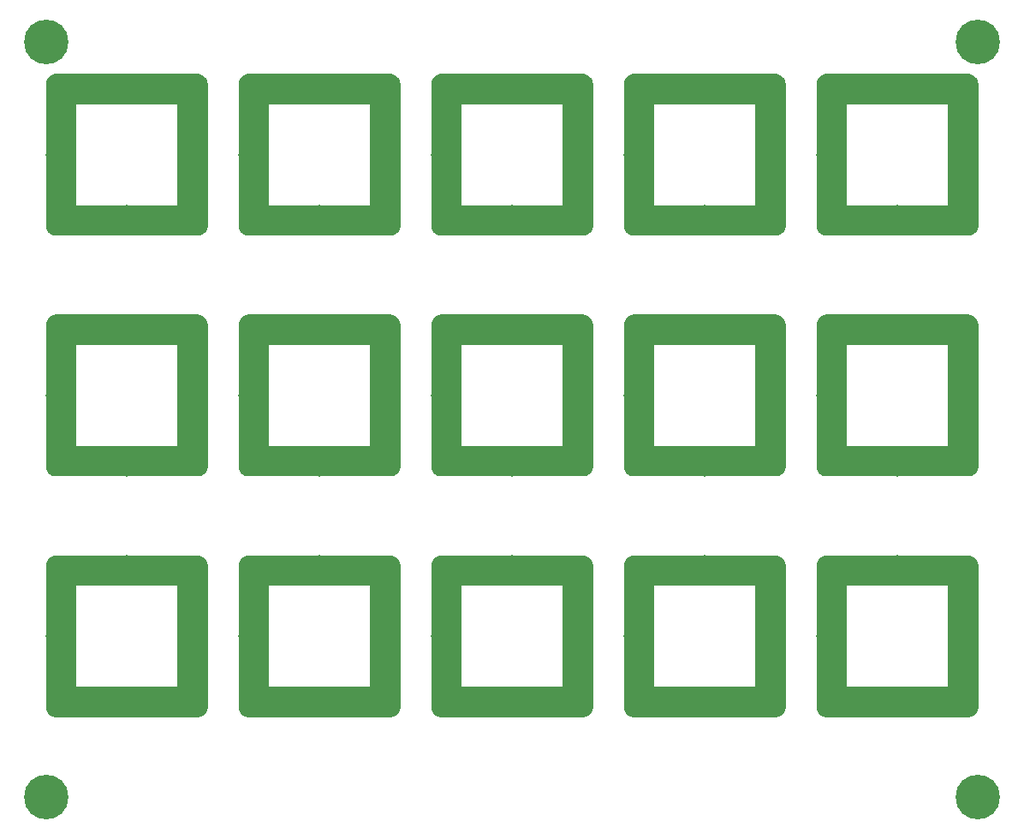
<source format=gbl>
G04 #@! TF.GenerationSoftware,KiCad,Pcbnew,(5.0.2)-1*
G04 #@! TF.CreationDate,2019-04-26T21:04:54-07:00*
G04 #@! TF.ProjectId,Summit Top,53756d6d-6974-4205-946f-702e6b696361,rev?*
G04 #@! TF.SameCoordinates,Original*
G04 #@! TF.FileFunction,Copper,L2,Bot*
G04 #@! TF.FilePolarity,Positive*
%FSLAX46Y46*%
G04 Gerber Fmt 4.6, Leading zero omitted, Abs format (unit mm)*
G04 Created by KiCad (PCBNEW (5.0.2)-1) date 4/26/2019 9:04:54 PM*
%MOMM*%
%LPD*%
G01*
G04 APERTURE LIST*
G04 #@! TA.AperFunction,Conductor*
%ADD10C,0.100000*%
G04 #@! TD*
G04 #@! TA.AperFunction,ViaPad*
%ADD11C,3.000000*%
G04 #@! TD*
G04 #@! TA.AperFunction,ComponentPad*
%ADD12C,4.400000*%
G04 #@! TD*
G04 #@! TA.AperFunction,ComponentPad*
%ADD13C,0.700000*%
G04 #@! TD*
G04 APERTURE END LIST*
D10*
G04 #@! TO.N,*
G04 #@! TO.C,REF\002A\002A*
G36*
X54723018Y-52629815D02*
X54820091Y-52644215D01*
X54915285Y-52668060D01*
X55007684Y-52701120D01*
X55096397Y-52743079D01*
X55180571Y-52793530D01*
X55259394Y-52851989D01*
X55332107Y-52917893D01*
X55398011Y-52990606D01*
X55456470Y-53069429D01*
X55506921Y-53153603D01*
X55548880Y-53242316D01*
X55581940Y-53334715D01*
X55605785Y-53429909D01*
X55620185Y-53526982D01*
X55625000Y-53624999D01*
X55625000Y-54625001D01*
X55620185Y-54723018D01*
X55605785Y-54820091D01*
X55581940Y-54915285D01*
X55548880Y-55007684D01*
X55506921Y-55096397D01*
X55456470Y-55180571D01*
X55398011Y-55259394D01*
X55332107Y-55332107D01*
X55259394Y-55398011D01*
X55180571Y-55456470D01*
X55096397Y-55506921D01*
X55007684Y-55548880D01*
X54915285Y-55581940D01*
X54820091Y-55605785D01*
X54723018Y-55620185D01*
X54625001Y-55625000D01*
X40624999Y-55625000D01*
X40526982Y-55620185D01*
X40429909Y-55605785D01*
X40334715Y-55581940D01*
X40242316Y-55548880D01*
X40153603Y-55506921D01*
X40069429Y-55456470D01*
X39990606Y-55398011D01*
X39917893Y-55332107D01*
X39851989Y-55259394D01*
X39793530Y-55180571D01*
X39743079Y-55096397D01*
X39701120Y-55007684D01*
X39668060Y-54915285D01*
X39644215Y-54820091D01*
X39629815Y-54723018D01*
X39625000Y-54625001D01*
X39625000Y-53624999D01*
X39629815Y-53526982D01*
X39644215Y-53429909D01*
X39668060Y-53334715D01*
X39701120Y-53242316D01*
X39743079Y-53153603D01*
X39793530Y-53069429D01*
X39851989Y-52990606D01*
X39917893Y-52917893D01*
X39990606Y-52851989D01*
X40069429Y-52793530D01*
X40153603Y-52743079D01*
X40242316Y-52701120D01*
X40334715Y-52668060D01*
X40429909Y-52644215D01*
X40526982Y-52629815D01*
X40624999Y-52625000D01*
X54625001Y-52625000D01*
X54723018Y-52629815D01*
X54723018Y-52629815D01*
G37*
D11*
X47625000Y-54125000D03*
D10*
G36*
X54723018Y-39629815D02*
X54820091Y-39644215D01*
X54915285Y-39668060D01*
X55007684Y-39701120D01*
X55096397Y-39743079D01*
X55180571Y-39793530D01*
X55259394Y-39851989D01*
X55332107Y-39917893D01*
X55398011Y-39990606D01*
X55456470Y-40069429D01*
X55506921Y-40153603D01*
X55548880Y-40242316D01*
X55581940Y-40334715D01*
X55605785Y-40429909D01*
X55620185Y-40526982D01*
X55625000Y-40624999D01*
X55625000Y-41625001D01*
X55620185Y-41723018D01*
X55605785Y-41820091D01*
X55581940Y-41915285D01*
X55548880Y-42007684D01*
X55506921Y-42096397D01*
X55456470Y-42180571D01*
X55398011Y-42259394D01*
X55332107Y-42332107D01*
X55259394Y-42398011D01*
X55180571Y-42456470D01*
X55096397Y-42506921D01*
X55007684Y-42548880D01*
X54915285Y-42581940D01*
X54820091Y-42605785D01*
X54723018Y-42620185D01*
X54625001Y-42625000D01*
X40624999Y-42625000D01*
X40526982Y-42620185D01*
X40429909Y-42605785D01*
X40334715Y-42581940D01*
X40242316Y-42548880D01*
X40153603Y-42506921D01*
X40069429Y-42456470D01*
X39990606Y-42398011D01*
X39917893Y-42332107D01*
X39851989Y-42259394D01*
X39793530Y-42180571D01*
X39743079Y-42096397D01*
X39701120Y-42007684D01*
X39668060Y-41915285D01*
X39644215Y-41820091D01*
X39629815Y-41723018D01*
X39625000Y-41625001D01*
X39625000Y-40624999D01*
X39629815Y-40526982D01*
X39644215Y-40429909D01*
X39668060Y-40334715D01*
X39701120Y-40242316D01*
X39743079Y-40153603D01*
X39793530Y-40069429D01*
X39851989Y-39990606D01*
X39917893Y-39917893D01*
X39990606Y-39851989D01*
X40069429Y-39793530D01*
X40153603Y-39743079D01*
X40242316Y-39701120D01*
X40334715Y-39668060D01*
X40429909Y-39644215D01*
X40526982Y-39629815D01*
X40624999Y-39625000D01*
X54625001Y-39625000D01*
X54723018Y-39629815D01*
X54723018Y-39629815D01*
G37*
D11*
X47625000Y-41125000D03*
D10*
G36*
X54723018Y-39629815D02*
X54820091Y-39644215D01*
X54915285Y-39668060D01*
X55007684Y-39701120D01*
X55096397Y-39743079D01*
X55180571Y-39793530D01*
X55259394Y-39851989D01*
X55332107Y-39917893D01*
X55398011Y-39990606D01*
X55456470Y-40069429D01*
X55506921Y-40153603D01*
X55548880Y-40242316D01*
X55581940Y-40334715D01*
X55605785Y-40429909D01*
X55620185Y-40526982D01*
X55625000Y-40624999D01*
X55625000Y-54625001D01*
X55620185Y-54723018D01*
X55605785Y-54820091D01*
X55581940Y-54915285D01*
X55548880Y-55007684D01*
X55506921Y-55096397D01*
X55456470Y-55180571D01*
X55398011Y-55259394D01*
X55332107Y-55332107D01*
X55259394Y-55398011D01*
X55180571Y-55456470D01*
X55096397Y-55506921D01*
X55007684Y-55548880D01*
X54915285Y-55581940D01*
X54820091Y-55605785D01*
X54723018Y-55620185D01*
X54625001Y-55625000D01*
X53624999Y-55625000D01*
X53526982Y-55620185D01*
X53429909Y-55605785D01*
X53334715Y-55581940D01*
X53242316Y-55548880D01*
X53153603Y-55506921D01*
X53069429Y-55456470D01*
X52990606Y-55398011D01*
X52917893Y-55332107D01*
X52851989Y-55259394D01*
X52793530Y-55180571D01*
X52743079Y-55096397D01*
X52701120Y-55007684D01*
X52668060Y-54915285D01*
X52644215Y-54820091D01*
X52629815Y-54723018D01*
X52625000Y-54625001D01*
X52625000Y-40624999D01*
X52629815Y-40526982D01*
X52644215Y-40429909D01*
X52668060Y-40334715D01*
X52701120Y-40242316D01*
X52743079Y-40153603D01*
X52793530Y-40069429D01*
X52851989Y-39990606D01*
X52917893Y-39917893D01*
X52990606Y-39851989D01*
X53069429Y-39793530D01*
X53153603Y-39743079D01*
X53242316Y-39701120D01*
X53334715Y-39668060D01*
X53429909Y-39644215D01*
X53526982Y-39629815D01*
X53624999Y-39625000D01*
X54625001Y-39625000D01*
X54723018Y-39629815D01*
X54723018Y-39629815D01*
G37*
D11*
X54125000Y-47625000D03*
D10*
G36*
X41723018Y-39629815D02*
X41820091Y-39644215D01*
X41915285Y-39668060D01*
X42007684Y-39701120D01*
X42096397Y-39743079D01*
X42180571Y-39793530D01*
X42259394Y-39851989D01*
X42332107Y-39917893D01*
X42398011Y-39990606D01*
X42456470Y-40069429D01*
X42506921Y-40153603D01*
X42548880Y-40242316D01*
X42581940Y-40334715D01*
X42605785Y-40429909D01*
X42620185Y-40526982D01*
X42625000Y-40624999D01*
X42625000Y-54625001D01*
X42620185Y-54723018D01*
X42605785Y-54820091D01*
X42581940Y-54915285D01*
X42548880Y-55007684D01*
X42506921Y-55096397D01*
X42456470Y-55180571D01*
X42398011Y-55259394D01*
X42332107Y-55332107D01*
X42259394Y-55398011D01*
X42180571Y-55456470D01*
X42096397Y-55506921D01*
X42007684Y-55548880D01*
X41915285Y-55581940D01*
X41820091Y-55605785D01*
X41723018Y-55620185D01*
X41625001Y-55625000D01*
X40624999Y-55625000D01*
X40526982Y-55620185D01*
X40429909Y-55605785D01*
X40334715Y-55581940D01*
X40242316Y-55548880D01*
X40153603Y-55506921D01*
X40069429Y-55456470D01*
X39990606Y-55398011D01*
X39917893Y-55332107D01*
X39851989Y-55259394D01*
X39793530Y-55180571D01*
X39743079Y-55096397D01*
X39701120Y-55007684D01*
X39668060Y-54915285D01*
X39644215Y-54820091D01*
X39629815Y-54723018D01*
X39625000Y-54625001D01*
X39625000Y-40624999D01*
X39629815Y-40526982D01*
X39644215Y-40429909D01*
X39668060Y-40334715D01*
X39701120Y-40242316D01*
X39743079Y-40153603D01*
X39793530Y-40069429D01*
X39851989Y-39990606D01*
X39917893Y-39917893D01*
X39990606Y-39851989D01*
X40069429Y-39793530D01*
X40153603Y-39743079D01*
X40242316Y-39701120D01*
X40334715Y-39668060D01*
X40429909Y-39644215D01*
X40526982Y-39629815D01*
X40624999Y-39625000D01*
X41625001Y-39625000D01*
X41723018Y-39629815D01*
X41723018Y-39629815D01*
G37*
D11*
X41125000Y-47625000D03*
G04 #@! TD*
D10*
G04 #@! TO.N,*
G04 #@! TO.C,REF\002A\002A*
G36*
X73773018Y-52629815D02*
X73870091Y-52644215D01*
X73965285Y-52668060D01*
X74057684Y-52701120D01*
X74146397Y-52743079D01*
X74230571Y-52793530D01*
X74309394Y-52851989D01*
X74382107Y-52917893D01*
X74448011Y-52990606D01*
X74506470Y-53069429D01*
X74556921Y-53153603D01*
X74598880Y-53242316D01*
X74631940Y-53334715D01*
X74655785Y-53429909D01*
X74670185Y-53526982D01*
X74675000Y-53624999D01*
X74675000Y-54625001D01*
X74670185Y-54723018D01*
X74655785Y-54820091D01*
X74631940Y-54915285D01*
X74598880Y-55007684D01*
X74556921Y-55096397D01*
X74506470Y-55180571D01*
X74448011Y-55259394D01*
X74382107Y-55332107D01*
X74309394Y-55398011D01*
X74230571Y-55456470D01*
X74146397Y-55506921D01*
X74057684Y-55548880D01*
X73965285Y-55581940D01*
X73870091Y-55605785D01*
X73773018Y-55620185D01*
X73675001Y-55625000D01*
X59674999Y-55625000D01*
X59576982Y-55620185D01*
X59479909Y-55605785D01*
X59384715Y-55581940D01*
X59292316Y-55548880D01*
X59203603Y-55506921D01*
X59119429Y-55456470D01*
X59040606Y-55398011D01*
X58967893Y-55332107D01*
X58901989Y-55259394D01*
X58843530Y-55180571D01*
X58793079Y-55096397D01*
X58751120Y-55007684D01*
X58718060Y-54915285D01*
X58694215Y-54820091D01*
X58679815Y-54723018D01*
X58675000Y-54625001D01*
X58675000Y-53624999D01*
X58679815Y-53526982D01*
X58694215Y-53429909D01*
X58718060Y-53334715D01*
X58751120Y-53242316D01*
X58793079Y-53153603D01*
X58843530Y-53069429D01*
X58901989Y-52990606D01*
X58967893Y-52917893D01*
X59040606Y-52851989D01*
X59119429Y-52793530D01*
X59203603Y-52743079D01*
X59292316Y-52701120D01*
X59384715Y-52668060D01*
X59479909Y-52644215D01*
X59576982Y-52629815D01*
X59674999Y-52625000D01*
X73675001Y-52625000D01*
X73773018Y-52629815D01*
X73773018Y-52629815D01*
G37*
D11*
X66675000Y-54125000D03*
D10*
G36*
X73773018Y-39629815D02*
X73870091Y-39644215D01*
X73965285Y-39668060D01*
X74057684Y-39701120D01*
X74146397Y-39743079D01*
X74230571Y-39793530D01*
X74309394Y-39851989D01*
X74382107Y-39917893D01*
X74448011Y-39990606D01*
X74506470Y-40069429D01*
X74556921Y-40153603D01*
X74598880Y-40242316D01*
X74631940Y-40334715D01*
X74655785Y-40429909D01*
X74670185Y-40526982D01*
X74675000Y-40624999D01*
X74675000Y-41625001D01*
X74670185Y-41723018D01*
X74655785Y-41820091D01*
X74631940Y-41915285D01*
X74598880Y-42007684D01*
X74556921Y-42096397D01*
X74506470Y-42180571D01*
X74448011Y-42259394D01*
X74382107Y-42332107D01*
X74309394Y-42398011D01*
X74230571Y-42456470D01*
X74146397Y-42506921D01*
X74057684Y-42548880D01*
X73965285Y-42581940D01*
X73870091Y-42605785D01*
X73773018Y-42620185D01*
X73675001Y-42625000D01*
X59674999Y-42625000D01*
X59576982Y-42620185D01*
X59479909Y-42605785D01*
X59384715Y-42581940D01*
X59292316Y-42548880D01*
X59203603Y-42506921D01*
X59119429Y-42456470D01*
X59040606Y-42398011D01*
X58967893Y-42332107D01*
X58901989Y-42259394D01*
X58843530Y-42180571D01*
X58793079Y-42096397D01*
X58751120Y-42007684D01*
X58718060Y-41915285D01*
X58694215Y-41820091D01*
X58679815Y-41723018D01*
X58675000Y-41625001D01*
X58675000Y-40624999D01*
X58679815Y-40526982D01*
X58694215Y-40429909D01*
X58718060Y-40334715D01*
X58751120Y-40242316D01*
X58793079Y-40153603D01*
X58843530Y-40069429D01*
X58901989Y-39990606D01*
X58967893Y-39917893D01*
X59040606Y-39851989D01*
X59119429Y-39793530D01*
X59203603Y-39743079D01*
X59292316Y-39701120D01*
X59384715Y-39668060D01*
X59479909Y-39644215D01*
X59576982Y-39629815D01*
X59674999Y-39625000D01*
X73675001Y-39625000D01*
X73773018Y-39629815D01*
X73773018Y-39629815D01*
G37*
D11*
X66675000Y-41125000D03*
D10*
G36*
X73773018Y-39629815D02*
X73870091Y-39644215D01*
X73965285Y-39668060D01*
X74057684Y-39701120D01*
X74146397Y-39743079D01*
X74230571Y-39793530D01*
X74309394Y-39851989D01*
X74382107Y-39917893D01*
X74448011Y-39990606D01*
X74506470Y-40069429D01*
X74556921Y-40153603D01*
X74598880Y-40242316D01*
X74631940Y-40334715D01*
X74655785Y-40429909D01*
X74670185Y-40526982D01*
X74675000Y-40624999D01*
X74675000Y-54625001D01*
X74670185Y-54723018D01*
X74655785Y-54820091D01*
X74631940Y-54915285D01*
X74598880Y-55007684D01*
X74556921Y-55096397D01*
X74506470Y-55180571D01*
X74448011Y-55259394D01*
X74382107Y-55332107D01*
X74309394Y-55398011D01*
X74230571Y-55456470D01*
X74146397Y-55506921D01*
X74057684Y-55548880D01*
X73965285Y-55581940D01*
X73870091Y-55605785D01*
X73773018Y-55620185D01*
X73675001Y-55625000D01*
X72674999Y-55625000D01*
X72576982Y-55620185D01*
X72479909Y-55605785D01*
X72384715Y-55581940D01*
X72292316Y-55548880D01*
X72203603Y-55506921D01*
X72119429Y-55456470D01*
X72040606Y-55398011D01*
X71967893Y-55332107D01*
X71901989Y-55259394D01*
X71843530Y-55180571D01*
X71793079Y-55096397D01*
X71751120Y-55007684D01*
X71718060Y-54915285D01*
X71694215Y-54820091D01*
X71679815Y-54723018D01*
X71675000Y-54625001D01*
X71675000Y-40624999D01*
X71679815Y-40526982D01*
X71694215Y-40429909D01*
X71718060Y-40334715D01*
X71751120Y-40242316D01*
X71793079Y-40153603D01*
X71843530Y-40069429D01*
X71901989Y-39990606D01*
X71967893Y-39917893D01*
X72040606Y-39851989D01*
X72119429Y-39793530D01*
X72203603Y-39743079D01*
X72292316Y-39701120D01*
X72384715Y-39668060D01*
X72479909Y-39644215D01*
X72576982Y-39629815D01*
X72674999Y-39625000D01*
X73675001Y-39625000D01*
X73773018Y-39629815D01*
X73773018Y-39629815D01*
G37*
D11*
X73175000Y-47625000D03*
D10*
G36*
X60773018Y-39629815D02*
X60870091Y-39644215D01*
X60965285Y-39668060D01*
X61057684Y-39701120D01*
X61146397Y-39743079D01*
X61230571Y-39793530D01*
X61309394Y-39851989D01*
X61382107Y-39917893D01*
X61448011Y-39990606D01*
X61506470Y-40069429D01*
X61556921Y-40153603D01*
X61598880Y-40242316D01*
X61631940Y-40334715D01*
X61655785Y-40429909D01*
X61670185Y-40526982D01*
X61675000Y-40624999D01*
X61675000Y-54625001D01*
X61670185Y-54723018D01*
X61655785Y-54820091D01*
X61631940Y-54915285D01*
X61598880Y-55007684D01*
X61556921Y-55096397D01*
X61506470Y-55180571D01*
X61448011Y-55259394D01*
X61382107Y-55332107D01*
X61309394Y-55398011D01*
X61230571Y-55456470D01*
X61146397Y-55506921D01*
X61057684Y-55548880D01*
X60965285Y-55581940D01*
X60870091Y-55605785D01*
X60773018Y-55620185D01*
X60675001Y-55625000D01*
X59674999Y-55625000D01*
X59576982Y-55620185D01*
X59479909Y-55605785D01*
X59384715Y-55581940D01*
X59292316Y-55548880D01*
X59203603Y-55506921D01*
X59119429Y-55456470D01*
X59040606Y-55398011D01*
X58967893Y-55332107D01*
X58901989Y-55259394D01*
X58843530Y-55180571D01*
X58793079Y-55096397D01*
X58751120Y-55007684D01*
X58718060Y-54915285D01*
X58694215Y-54820091D01*
X58679815Y-54723018D01*
X58675000Y-54625001D01*
X58675000Y-40624999D01*
X58679815Y-40526982D01*
X58694215Y-40429909D01*
X58718060Y-40334715D01*
X58751120Y-40242316D01*
X58793079Y-40153603D01*
X58843530Y-40069429D01*
X58901989Y-39990606D01*
X58967893Y-39917893D01*
X59040606Y-39851989D01*
X59119429Y-39793530D01*
X59203603Y-39743079D01*
X59292316Y-39701120D01*
X59384715Y-39668060D01*
X59479909Y-39644215D01*
X59576982Y-39629815D01*
X59674999Y-39625000D01*
X60675001Y-39625000D01*
X60773018Y-39629815D01*
X60773018Y-39629815D01*
G37*
D11*
X60175000Y-47625000D03*
G04 #@! TD*
D10*
G04 #@! TO.N,*
G04 #@! TO.C,REF\002A\002A*
G36*
X92823018Y-52629815D02*
X92920091Y-52644215D01*
X93015285Y-52668060D01*
X93107684Y-52701120D01*
X93196397Y-52743079D01*
X93280571Y-52793530D01*
X93359394Y-52851989D01*
X93432107Y-52917893D01*
X93498011Y-52990606D01*
X93556470Y-53069429D01*
X93606921Y-53153603D01*
X93648880Y-53242316D01*
X93681940Y-53334715D01*
X93705785Y-53429909D01*
X93720185Y-53526982D01*
X93725000Y-53624999D01*
X93725000Y-54625001D01*
X93720185Y-54723018D01*
X93705785Y-54820091D01*
X93681940Y-54915285D01*
X93648880Y-55007684D01*
X93606921Y-55096397D01*
X93556470Y-55180571D01*
X93498011Y-55259394D01*
X93432107Y-55332107D01*
X93359394Y-55398011D01*
X93280571Y-55456470D01*
X93196397Y-55506921D01*
X93107684Y-55548880D01*
X93015285Y-55581940D01*
X92920091Y-55605785D01*
X92823018Y-55620185D01*
X92725001Y-55625000D01*
X78724999Y-55625000D01*
X78626982Y-55620185D01*
X78529909Y-55605785D01*
X78434715Y-55581940D01*
X78342316Y-55548880D01*
X78253603Y-55506921D01*
X78169429Y-55456470D01*
X78090606Y-55398011D01*
X78017893Y-55332107D01*
X77951989Y-55259394D01*
X77893530Y-55180571D01*
X77843079Y-55096397D01*
X77801120Y-55007684D01*
X77768060Y-54915285D01*
X77744215Y-54820091D01*
X77729815Y-54723018D01*
X77725000Y-54625001D01*
X77725000Y-53624999D01*
X77729815Y-53526982D01*
X77744215Y-53429909D01*
X77768060Y-53334715D01*
X77801120Y-53242316D01*
X77843079Y-53153603D01*
X77893530Y-53069429D01*
X77951989Y-52990606D01*
X78017893Y-52917893D01*
X78090606Y-52851989D01*
X78169429Y-52793530D01*
X78253603Y-52743079D01*
X78342316Y-52701120D01*
X78434715Y-52668060D01*
X78529909Y-52644215D01*
X78626982Y-52629815D01*
X78724999Y-52625000D01*
X92725001Y-52625000D01*
X92823018Y-52629815D01*
X92823018Y-52629815D01*
G37*
D11*
X85725000Y-54125000D03*
D10*
G36*
X92823018Y-39629815D02*
X92920091Y-39644215D01*
X93015285Y-39668060D01*
X93107684Y-39701120D01*
X93196397Y-39743079D01*
X93280571Y-39793530D01*
X93359394Y-39851989D01*
X93432107Y-39917893D01*
X93498011Y-39990606D01*
X93556470Y-40069429D01*
X93606921Y-40153603D01*
X93648880Y-40242316D01*
X93681940Y-40334715D01*
X93705785Y-40429909D01*
X93720185Y-40526982D01*
X93725000Y-40624999D01*
X93725000Y-41625001D01*
X93720185Y-41723018D01*
X93705785Y-41820091D01*
X93681940Y-41915285D01*
X93648880Y-42007684D01*
X93606921Y-42096397D01*
X93556470Y-42180571D01*
X93498011Y-42259394D01*
X93432107Y-42332107D01*
X93359394Y-42398011D01*
X93280571Y-42456470D01*
X93196397Y-42506921D01*
X93107684Y-42548880D01*
X93015285Y-42581940D01*
X92920091Y-42605785D01*
X92823018Y-42620185D01*
X92725001Y-42625000D01*
X78724999Y-42625000D01*
X78626982Y-42620185D01*
X78529909Y-42605785D01*
X78434715Y-42581940D01*
X78342316Y-42548880D01*
X78253603Y-42506921D01*
X78169429Y-42456470D01*
X78090606Y-42398011D01*
X78017893Y-42332107D01*
X77951989Y-42259394D01*
X77893530Y-42180571D01*
X77843079Y-42096397D01*
X77801120Y-42007684D01*
X77768060Y-41915285D01*
X77744215Y-41820091D01*
X77729815Y-41723018D01*
X77725000Y-41625001D01*
X77725000Y-40624999D01*
X77729815Y-40526982D01*
X77744215Y-40429909D01*
X77768060Y-40334715D01*
X77801120Y-40242316D01*
X77843079Y-40153603D01*
X77893530Y-40069429D01*
X77951989Y-39990606D01*
X78017893Y-39917893D01*
X78090606Y-39851989D01*
X78169429Y-39793530D01*
X78253603Y-39743079D01*
X78342316Y-39701120D01*
X78434715Y-39668060D01*
X78529909Y-39644215D01*
X78626982Y-39629815D01*
X78724999Y-39625000D01*
X92725001Y-39625000D01*
X92823018Y-39629815D01*
X92823018Y-39629815D01*
G37*
D11*
X85725000Y-41125000D03*
D10*
G36*
X92823018Y-39629815D02*
X92920091Y-39644215D01*
X93015285Y-39668060D01*
X93107684Y-39701120D01*
X93196397Y-39743079D01*
X93280571Y-39793530D01*
X93359394Y-39851989D01*
X93432107Y-39917893D01*
X93498011Y-39990606D01*
X93556470Y-40069429D01*
X93606921Y-40153603D01*
X93648880Y-40242316D01*
X93681940Y-40334715D01*
X93705785Y-40429909D01*
X93720185Y-40526982D01*
X93725000Y-40624999D01*
X93725000Y-54625001D01*
X93720185Y-54723018D01*
X93705785Y-54820091D01*
X93681940Y-54915285D01*
X93648880Y-55007684D01*
X93606921Y-55096397D01*
X93556470Y-55180571D01*
X93498011Y-55259394D01*
X93432107Y-55332107D01*
X93359394Y-55398011D01*
X93280571Y-55456470D01*
X93196397Y-55506921D01*
X93107684Y-55548880D01*
X93015285Y-55581940D01*
X92920091Y-55605785D01*
X92823018Y-55620185D01*
X92725001Y-55625000D01*
X91724999Y-55625000D01*
X91626982Y-55620185D01*
X91529909Y-55605785D01*
X91434715Y-55581940D01*
X91342316Y-55548880D01*
X91253603Y-55506921D01*
X91169429Y-55456470D01*
X91090606Y-55398011D01*
X91017893Y-55332107D01*
X90951989Y-55259394D01*
X90893530Y-55180571D01*
X90843079Y-55096397D01*
X90801120Y-55007684D01*
X90768060Y-54915285D01*
X90744215Y-54820091D01*
X90729815Y-54723018D01*
X90725000Y-54625001D01*
X90725000Y-40624999D01*
X90729815Y-40526982D01*
X90744215Y-40429909D01*
X90768060Y-40334715D01*
X90801120Y-40242316D01*
X90843079Y-40153603D01*
X90893530Y-40069429D01*
X90951989Y-39990606D01*
X91017893Y-39917893D01*
X91090606Y-39851989D01*
X91169429Y-39793530D01*
X91253603Y-39743079D01*
X91342316Y-39701120D01*
X91434715Y-39668060D01*
X91529909Y-39644215D01*
X91626982Y-39629815D01*
X91724999Y-39625000D01*
X92725001Y-39625000D01*
X92823018Y-39629815D01*
X92823018Y-39629815D01*
G37*
D11*
X92225000Y-47625000D03*
D10*
G36*
X79823018Y-39629815D02*
X79920091Y-39644215D01*
X80015285Y-39668060D01*
X80107684Y-39701120D01*
X80196397Y-39743079D01*
X80280571Y-39793530D01*
X80359394Y-39851989D01*
X80432107Y-39917893D01*
X80498011Y-39990606D01*
X80556470Y-40069429D01*
X80606921Y-40153603D01*
X80648880Y-40242316D01*
X80681940Y-40334715D01*
X80705785Y-40429909D01*
X80720185Y-40526982D01*
X80725000Y-40624999D01*
X80725000Y-54625001D01*
X80720185Y-54723018D01*
X80705785Y-54820091D01*
X80681940Y-54915285D01*
X80648880Y-55007684D01*
X80606921Y-55096397D01*
X80556470Y-55180571D01*
X80498011Y-55259394D01*
X80432107Y-55332107D01*
X80359394Y-55398011D01*
X80280571Y-55456470D01*
X80196397Y-55506921D01*
X80107684Y-55548880D01*
X80015285Y-55581940D01*
X79920091Y-55605785D01*
X79823018Y-55620185D01*
X79725001Y-55625000D01*
X78724999Y-55625000D01*
X78626982Y-55620185D01*
X78529909Y-55605785D01*
X78434715Y-55581940D01*
X78342316Y-55548880D01*
X78253603Y-55506921D01*
X78169429Y-55456470D01*
X78090606Y-55398011D01*
X78017893Y-55332107D01*
X77951989Y-55259394D01*
X77893530Y-55180571D01*
X77843079Y-55096397D01*
X77801120Y-55007684D01*
X77768060Y-54915285D01*
X77744215Y-54820091D01*
X77729815Y-54723018D01*
X77725000Y-54625001D01*
X77725000Y-40624999D01*
X77729815Y-40526982D01*
X77744215Y-40429909D01*
X77768060Y-40334715D01*
X77801120Y-40242316D01*
X77843079Y-40153603D01*
X77893530Y-40069429D01*
X77951989Y-39990606D01*
X78017893Y-39917893D01*
X78090606Y-39851989D01*
X78169429Y-39793530D01*
X78253603Y-39743079D01*
X78342316Y-39701120D01*
X78434715Y-39668060D01*
X78529909Y-39644215D01*
X78626982Y-39629815D01*
X78724999Y-39625000D01*
X79725001Y-39625000D01*
X79823018Y-39629815D01*
X79823018Y-39629815D01*
G37*
D11*
X79225000Y-47625000D03*
G04 #@! TD*
D10*
G04 #@! TO.N,*
G04 #@! TO.C,REF\002A\002A*
G36*
X111873018Y-52629815D02*
X111970091Y-52644215D01*
X112065285Y-52668060D01*
X112157684Y-52701120D01*
X112246397Y-52743079D01*
X112330571Y-52793530D01*
X112409394Y-52851989D01*
X112482107Y-52917893D01*
X112548011Y-52990606D01*
X112606470Y-53069429D01*
X112656921Y-53153603D01*
X112698880Y-53242316D01*
X112731940Y-53334715D01*
X112755785Y-53429909D01*
X112770185Y-53526982D01*
X112775000Y-53624999D01*
X112775000Y-54625001D01*
X112770185Y-54723018D01*
X112755785Y-54820091D01*
X112731940Y-54915285D01*
X112698880Y-55007684D01*
X112656921Y-55096397D01*
X112606470Y-55180571D01*
X112548011Y-55259394D01*
X112482107Y-55332107D01*
X112409394Y-55398011D01*
X112330571Y-55456470D01*
X112246397Y-55506921D01*
X112157684Y-55548880D01*
X112065285Y-55581940D01*
X111970091Y-55605785D01*
X111873018Y-55620185D01*
X111775001Y-55625000D01*
X97774999Y-55625000D01*
X97676982Y-55620185D01*
X97579909Y-55605785D01*
X97484715Y-55581940D01*
X97392316Y-55548880D01*
X97303603Y-55506921D01*
X97219429Y-55456470D01*
X97140606Y-55398011D01*
X97067893Y-55332107D01*
X97001989Y-55259394D01*
X96943530Y-55180571D01*
X96893079Y-55096397D01*
X96851120Y-55007684D01*
X96818060Y-54915285D01*
X96794215Y-54820091D01*
X96779815Y-54723018D01*
X96775000Y-54625001D01*
X96775000Y-53624999D01*
X96779815Y-53526982D01*
X96794215Y-53429909D01*
X96818060Y-53334715D01*
X96851120Y-53242316D01*
X96893079Y-53153603D01*
X96943530Y-53069429D01*
X97001989Y-52990606D01*
X97067893Y-52917893D01*
X97140606Y-52851989D01*
X97219429Y-52793530D01*
X97303603Y-52743079D01*
X97392316Y-52701120D01*
X97484715Y-52668060D01*
X97579909Y-52644215D01*
X97676982Y-52629815D01*
X97774999Y-52625000D01*
X111775001Y-52625000D01*
X111873018Y-52629815D01*
X111873018Y-52629815D01*
G37*
D11*
X104775000Y-54125000D03*
D10*
G36*
X111873018Y-39629815D02*
X111970091Y-39644215D01*
X112065285Y-39668060D01*
X112157684Y-39701120D01*
X112246397Y-39743079D01*
X112330571Y-39793530D01*
X112409394Y-39851989D01*
X112482107Y-39917893D01*
X112548011Y-39990606D01*
X112606470Y-40069429D01*
X112656921Y-40153603D01*
X112698880Y-40242316D01*
X112731940Y-40334715D01*
X112755785Y-40429909D01*
X112770185Y-40526982D01*
X112775000Y-40624999D01*
X112775000Y-41625001D01*
X112770185Y-41723018D01*
X112755785Y-41820091D01*
X112731940Y-41915285D01*
X112698880Y-42007684D01*
X112656921Y-42096397D01*
X112606470Y-42180571D01*
X112548011Y-42259394D01*
X112482107Y-42332107D01*
X112409394Y-42398011D01*
X112330571Y-42456470D01*
X112246397Y-42506921D01*
X112157684Y-42548880D01*
X112065285Y-42581940D01*
X111970091Y-42605785D01*
X111873018Y-42620185D01*
X111775001Y-42625000D01*
X97774999Y-42625000D01*
X97676982Y-42620185D01*
X97579909Y-42605785D01*
X97484715Y-42581940D01*
X97392316Y-42548880D01*
X97303603Y-42506921D01*
X97219429Y-42456470D01*
X97140606Y-42398011D01*
X97067893Y-42332107D01*
X97001989Y-42259394D01*
X96943530Y-42180571D01*
X96893079Y-42096397D01*
X96851120Y-42007684D01*
X96818060Y-41915285D01*
X96794215Y-41820091D01*
X96779815Y-41723018D01*
X96775000Y-41625001D01*
X96775000Y-40624999D01*
X96779815Y-40526982D01*
X96794215Y-40429909D01*
X96818060Y-40334715D01*
X96851120Y-40242316D01*
X96893079Y-40153603D01*
X96943530Y-40069429D01*
X97001989Y-39990606D01*
X97067893Y-39917893D01*
X97140606Y-39851989D01*
X97219429Y-39793530D01*
X97303603Y-39743079D01*
X97392316Y-39701120D01*
X97484715Y-39668060D01*
X97579909Y-39644215D01*
X97676982Y-39629815D01*
X97774999Y-39625000D01*
X111775001Y-39625000D01*
X111873018Y-39629815D01*
X111873018Y-39629815D01*
G37*
D11*
X104775000Y-41125000D03*
D10*
G36*
X111873018Y-39629815D02*
X111970091Y-39644215D01*
X112065285Y-39668060D01*
X112157684Y-39701120D01*
X112246397Y-39743079D01*
X112330571Y-39793530D01*
X112409394Y-39851989D01*
X112482107Y-39917893D01*
X112548011Y-39990606D01*
X112606470Y-40069429D01*
X112656921Y-40153603D01*
X112698880Y-40242316D01*
X112731940Y-40334715D01*
X112755785Y-40429909D01*
X112770185Y-40526982D01*
X112775000Y-40624999D01*
X112775000Y-54625001D01*
X112770185Y-54723018D01*
X112755785Y-54820091D01*
X112731940Y-54915285D01*
X112698880Y-55007684D01*
X112656921Y-55096397D01*
X112606470Y-55180571D01*
X112548011Y-55259394D01*
X112482107Y-55332107D01*
X112409394Y-55398011D01*
X112330571Y-55456470D01*
X112246397Y-55506921D01*
X112157684Y-55548880D01*
X112065285Y-55581940D01*
X111970091Y-55605785D01*
X111873018Y-55620185D01*
X111775001Y-55625000D01*
X110774999Y-55625000D01*
X110676982Y-55620185D01*
X110579909Y-55605785D01*
X110484715Y-55581940D01*
X110392316Y-55548880D01*
X110303603Y-55506921D01*
X110219429Y-55456470D01*
X110140606Y-55398011D01*
X110067893Y-55332107D01*
X110001989Y-55259394D01*
X109943530Y-55180571D01*
X109893079Y-55096397D01*
X109851120Y-55007684D01*
X109818060Y-54915285D01*
X109794215Y-54820091D01*
X109779815Y-54723018D01*
X109775000Y-54625001D01*
X109775000Y-40624999D01*
X109779815Y-40526982D01*
X109794215Y-40429909D01*
X109818060Y-40334715D01*
X109851120Y-40242316D01*
X109893079Y-40153603D01*
X109943530Y-40069429D01*
X110001989Y-39990606D01*
X110067893Y-39917893D01*
X110140606Y-39851989D01*
X110219429Y-39793530D01*
X110303603Y-39743079D01*
X110392316Y-39701120D01*
X110484715Y-39668060D01*
X110579909Y-39644215D01*
X110676982Y-39629815D01*
X110774999Y-39625000D01*
X111775001Y-39625000D01*
X111873018Y-39629815D01*
X111873018Y-39629815D01*
G37*
D11*
X111275000Y-47625000D03*
D10*
G36*
X98873018Y-39629815D02*
X98970091Y-39644215D01*
X99065285Y-39668060D01*
X99157684Y-39701120D01*
X99246397Y-39743079D01*
X99330571Y-39793530D01*
X99409394Y-39851989D01*
X99482107Y-39917893D01*
X99548011Y-39990606D01*
X99606470Y-40069429D01*
X99656921Y-40153603D01*
X99698880Y-40242316D01*
X99731940Y-40334715D01*
X99755785Y-40429909D01*
X99770185Y-40526982D01*
X99775000Y-40624999D01*
X99775000Y-54625001D01*
X99770185Y-54723018D01*
X99755785Y-54820091D01*
X99731940Y-54915285D01*
X99698880Y-55007684D01*
X99656921Y-55096397D01*
X99606470Y-55180571D01*
X99548011Y-55259394D01*
X99482107Y-55332107D01*
X99409394Y-55398011D01*
X99330571Y-55456470D01*
X99246397Y-55506921D01*
X99157684Y-55548880D01*
X99065285Y-55581940D01*
X98970091Y-55605785D01*
X98873018Y-55620185D01*
X98775001Y-55625000D01*
X97774999Y-55625000D01*
X97676982Y-55620185D01*
X97579909Y-55605785D01*
X97484715Y-55581940D01*
X97392316Y-55548880D01*
X97303603Y-55506921D01*
X97219429Y-55456470D01*
X97140606Y-55398011D01*
X97067893Y-55332107D01*
X97001989Y-55259394D01*
X96943530Y-55180571D01*
X96893079Y-55096397D01*
X96851120Y-55007684D01*
X96818060Y-54915285D01*
X96794215Y-54820091D01*
X96779815Y-54723018D01*
X96775000Y-54625001D01*
X96775000Y-40624999D01*
X96779815Y-40526982D01*
X96794215Y-40429909D01*
X96818060Y-40334715D01*
X96851120Y-40242316D01*
X96893079Y-40153603D01*
X96943530Y-40069429D01*
X97001989Y-39990606D01*
X97067893Y-39917893D01*
X97140606Y-39851989D01*
X97219429Y-39793530D01*
X97303603Y-39743079D01*
X97392316Y-39701120D01*
X97484715Y-39668060D01*
X97579909Y-39644215D01*
X97676982Y-39629815D01*
X97774999Y-39625000D01*
X98775001Y-39625000D01*
X98873018Y-39629815D01*
X98873018Y-39629815D01*
G37*
D11*
X98275000Y-47625000D03*
G04 #@! TD*
D10*
G04 #@! TO.N,*
G04 #@! TO.C,REF\002A\002A*
G36*
X130923018Y-52629815D02*
X131020091Y-52644215D01*
X131115285Y-52668060D01*
X131207684Y-52701120D01*
X131296397Y-52743079D01*
X131380571Y-52793530D01*
X131459394Y-52851989D01*
X131532107Y-52917893D01*
X131598011Y-52990606D01*
X131656470Y-53069429D01*
X131706921Y-53153603D01*
X131748880Y-53242316D01*
X131781940Y-53334715D01*
X131805785Y-53429909D01*
X131820185Y-53526982D01*
X131825000Y-53624999D01*
X131825000Y-54625001D01*
X131820185Y-54723018D01*
X131805785Y-54820091D01*
X131781940Y-54915285D01*
X131748880Y-55007684D01*
X131706921Y-55096397D01*
X131656470Y-55180571D01*
X131598011Y-55259394D01*
X131532107Y-55332107D01*
X131459394Y-55398011D01*
X131380571Y-55456470D01*
X131296397Y-55506921D01*
X131207684Y-55548880D01*
X131115285Y-55581940D01*
X131020091Y-55605785D01*
X130923018Y-55620185D01*
X130825001Y-55625000D01*
X116824999Y-55625000D01*
X116726982Y-55620185D01*
X116629909Y-55605785D01*
X116534715Y-55581940D01*
X116442316Y-55548880D01*
X116353603Y-55506921D01*
X116269429Y-55456470D01*
X116190606Y-55398011D01*
X116117893Y-55332107D01*
X116051989Y-55259394D01*
X115993530Y-55180571D01*
X115943079Y-55096397D01*
X115901120Y-55007684D01*
X115868060Y-54915285D01*
X115844215Y-54820091D01*
X115829815Y-54723018D01*
X115825000Y-54625001D01*
X115825000Y-53624999D01*
X115829815Y-53526982D01*
X115844215Y-53429909D01*
X115868060Y-53334715D01*
X115901120Y-53242316D01*
X115943079Y-53153603D01*
X115993530Y-53069429D01*
X116051989Y-52990606D01*
X116117893Y-52917893D01*
X116190606Y-52851989D01*
X116269429Y-52793530D01*
X116353603Y-52743079D01*
X116442316Y-52701120D01*
X116534715Y-52668060D01*
X116629909Y-52644215D01*
X116726982Y-52629815D01*
X116824999Y-52625000D01*
X130825001Y-52625000D01*
X130923018Y-52629815D01*
X130923018Y-52629815D01*
G37*
D11*
X123825000Y-54125000D03*
D10*
G36*
X130923018Y-39629815D02*
X131020091Y-39644215D01*
X131115285Y-39668060D01*
X131207684Y-39701120D01*
X131296397Y-39743079D01*
X131380571Y-39793530D01*
X131459394Y-39851989D01*
X131532107Y-39917893D01*
X131598011Y-39990606D01*
X131656470Y-40069429D01*
X131706921Y-40153603D01*
X131748880Y-40242316D01*
X131781940Y-40334715D01*
X131805785Y-40429909D01*
X131820185Y-40526982D01*
X131825000Y-40624999D01*
X131825000Y-41625001D01*
X131820185Y-41723018D01*
X131805785Y-41820091D01*
X131781940Y-41915285D01*
X131748880Y-42007684D01*
X131706921Y-42096397D01*
X131656470Y-42180571D01*
X131598011Y-42259394D01*
X131532107Y-42332107D01*
X131459394Y-42398011D01*
X131380571Y-42456470D01*
X131296397Y-42506921D01*
X131207684Y-42548880D01*
X131115285Y-42581940D01*
X131020091Y-42605785D01*
X130923018Y-42620185D01*
X130825001Y-42625000D01*
X116824999Y-42625000D01*
X116726982Y-42620185D01*
X116629909Y-42605785D01*
X116534715Y-42581940D01*
X116442316Y-42548880D01*
X116353603Y-42506921D01*
X116269429Y-42456470D01*
X116190606Y-42398011D01*
X116117893Y-42332107D01*
X116051989Y-42259394D01*
X115993530Y-42180571D01*
X115943079Y-42096397D01*
X115901120Y-42007684D01*
X115868060Y-41915285D01*
X115844215Y-41820091D01*
X115829815Y-41723018D01*
X115825000Y-41625001D01*
X115825000Y-40624999D01*
X115829815Y-40526982D01*
X115844215Y-40429909D01*
X115868060Y-40334715D01*
X115901120Y-40242316D01*
X115943079Y-40153603D01*
X115993530Y-40069429D01*
X116051989Y-39990606D01*
X116117893Y-39917893D01*
X116190606Y-39851989D01*
X116269429Y-39793530D01*
X116353603Y-39743079D01*
X116442316Y-39701120D01*
X116534715Y-39668060D01*
X116629909Y-39644215D01*
X116726982Y-39629815D01*
X116824999Y-39625000D01*
X130825001Y-39625000D01*
X130923018Y-39629815D01*
X130923018Y-39629815D01*
G37*
D11*
X123825000Y-41125000D03*
D10*
G36*
X130923018Y-39629815D02*
X131020091Y-39644215D01*
X131115285Y-39668060D01*
X131207684Y-39701120D01*
X131296397Y-39743079D01*
X131380571Y-39793530D01*
X131459394Y-39851989D01*
X131532107Y-39917893D01*
X131598011Y-39990606D01*
X131656470Y-40069429D01*
X131706921Y-40153603D01*
X131748880Y-40242316D01*
X131781940Y-40334715D01*
X131805785Y-40429909D01*
X131820185Y-40526982D01*
X131825000Y-40624999D01*
X131825000Y-54625001D01*
X131820185Y-54723018D01*
X131805785Y-54820091D01*
X131781940Y-54915285D01*
X131748880Y-55007684D01*
X131706921Y-55096397D01*
X131656470Y-55180571D01*
X131598011Y-55259394D01*
X131532107Y-55332107D01*
X131459394Y-55398011D01*
X131380571Y-55456470D01*
X131296397Y-55506921D01*
X131207684Y-55548880D01*
X131115285Y-55581940D01*
X131020091Y-55605785D01*
X130923018Y-55620185D01*
X130825001Y-55625000D01*
X129824999Y-55625000D01*
X129726982Y-55620185D01*
X129629909Y-55605785D01*
X129534715Y-55581940D01*
X129442316Y-55548880D01*
X129353603Y-55506921D01*
X129269429Y-55456470D01*
X129190606Y-55398011D01*
X129117893Y-55332107D01*
X129051989Y-55259394D01*
X128993530Y-55180571D01*
X128943079Y-55096397D01*
X128901120Y-55007684D01*
X128868060Y-54915285D01*
X128844215Y-54820091D01*
X128829815Y-54723018D01*
X128825000Y-54625001D01*
X128825000Y-40624999D01*
X128829815Y-40526982D01*
X128844215Y-40429909D01*
X128868060Y-40334715D01*
X128901120Y-40242316D01*
X128943079Y-40153603D01*
X128993530Y-40069429D01*
X129051989Y-39990606D01*
X129117893Y-39917893D01*
X129190606Y-39851989D01*
X129269429Y-39793530D01*
X129353603Y-39743079D01*
X129442316Y-39701120D01*
X129534715Y-39668060D01*
X129629909Y-39644215D01*
X129726982Y-39629815D01*
X129824999Y-39625000D01*
X130825001Y-39625000D01*
X130923018Y-39629815D01*
X130923018Y-39629815D01*
G37*
D11*
X130325000Y-47625000D03*
D10*
G36*
X117923018Y-39629815D02*
X118020091Y-39644215D01*
X118115285Y-39668060D01*
X118207684Y-39701120D01*
X118296397Y-39743079D01*
X118380571Y-39793530D01*
X118459394Y-39851989D01*
X118532107Y-39917893D01*
X118598011Y-39990606D01*
X118656470Y-40069429D01*
X118706921Y-40153603D01*
X118748880Y-40242316D01*
X118781940Y-40334715D01*
X118805785Y-40429909D01*
X118820185Y-40526982D01*
X118825000Y-40624999D01*
X118825000Y-54625001D01*
X118820185Y-54723018D01*
X118805785Y-54820091D01*
X118781940Y-54915285D01*
X118748880Y-55007684D01*
X118706921Y-55096397D01*
X118656470Y-55180571D01*
X118598011Y-55259394D01*
X118532107Y-55332107D01*
X118459394Y-55398011D01*
X118380571Y-55456470D01*
X118296397Y-55506921D01*
X118207684Y-55548880D01*
X118115285Y-55581940D01*
X118020091Y-55605785D01*
X117923018Y-55620185D01*
X117825001Y-55625000D01*
X116824999Y-55625000D01*
X116726982Y-55620185D01*
X116629909Y-55605785D01*
X116534715Y-55581940D01*
X116442316Y-55548880D01*
X116353603Y-55506921D01*
X116269429Y-55456470D01*
X116190606Y-55398011D01*
X116117893Y-55332107D01*
X116051989Y-55259394D01*
X115993530Y-55180571D01*
X115943079Y-55096397D01*
X115901120Y-55007684D01*
X115868060Y-54915285D01*
X115844215Y-54820091D01*
X115829815Y-54723018D01*
X115825000Y-54625001D01*
X115825000Y-40624999D01*
X115829815Y-40526982D01*
X115844215Y-40429909D01*
X115868060Y-40334715D01*
X115901120Y-40242316D01*
X115943079Y-40153603D01*
X115993530Y-40069429D01*
X116051989Y-39990606D01*
X116117893Y-39917893D01*
X116190606Y-39851989D01*
X116269429Y-39793530D01*
X116353603Y-39743079D01*
X116442316Y-39701120D01*
X116534715Y-39668060D01*
X116629909Y-39644215D01*
X116726982Y-39629815D01*
X116824999Y-39625000D01*
X117825001Y-39625000D01*
X117923018Y-39629815D01*
X117923018Y-39629815D01*
G37*
D11*
X117325000Y-47625000D03*
G04 #@! TD*
D10*
G04 #@! TO.N,*
G04 #@! TO.C,REF\002A\002A*
G36*
X130923018Y-76442315D02*
X131020091Y-76456715D01*
X131115285Y-76480560D01*
X131207684Y-76513620D01*
X131296397Y-76555579D01*
X131380571Y-76606030D01*
X131459394Y-76664489D01*
X131532107Y-76730393D01*
X131598011Y-76803106D01*
X131656470Y-76881929D01*
X131706921Y-76966103D01*
X131748880Y-77054816D01*
X131781940Y-77147215D01*
X131805785Y-77242409D01*
X131820185Y-77339482D01*
X131825000Y-77437499D01*
X131825000Y-78437501D01*
X131820185Y-78535518D01*
X131805785Y-78632591D01*
X131781940Y-78727785D01*
X131748880Y-78820184D01*
X131706921Y-78908897D01*
X131656470Y-78993071D01*
X131598011Y-79071894D01*
X131532107Y-79144607D01*
X131459394Y-79210511D01*
X131380571Y-79268970D01*
X131296397Y-79319421D01*
X131207684Y-79361380D01*
X131115285Y-79394440D01*
X131020091Y-79418285D01*
X130923018Y-79432685D01*
X130825001Y-79437500D01*
X116824999Y-79437500D01*
X116726982Y-79432685D01*
X116629909Y-79418285D01*
X116534715Y-79394440D01*
X116442316Y-79361380D01*
X116353603Y-79319421D01*
X116269429Y-79268970D01*
X116190606Y-79210511D01*
X116117893Y-79144607D01*
X116051989Y-79071894D01*
X115993530Y-78993071D01*
X115943079Y-78908897D01*
X115901120Y-78820184D01*
X115868060Y-78727785D01*
X115844215Y-78632591D01*
X115829815Y-78535518D01*
X115825000Y-78437501D01*
X115825000Y-77437499D01*
X115829815Y-77339482D01*
X115844215Y-77242409D01*
X115868060Y-77147215D01*
X115901120Y-77054816D01*
X115943079Y-76966103D01*
X115993530Y-76881929D01*
X116051989Y-76803106D01*
X116117893Y-76730393D01*
X116190606Y-76664489D01*
X116269429Y-76606030D01*
X116353603Y-76555579D01*
X116442316Y-76513620D01*
X116534715Y-76480560D01*
X116629909Y-76456715D01*
X116726982Y-76442315D01*
X116824999Y-76437500D01*
X130825001Y-76437500D01*
X130923018Y-76442315D01*
X130923018Y-76442315D01*
G37*
D11*
X123825000Y-77937500D03*
D10*
G36*
X130923018Y-63442315D02*
X131020091Y-63456715D01*
X131115285Y-63480560D01*
X131207684Y-63513620D01*
X131296397Y-63555579D01*
X131380571Y-63606030D01*
X131459394Y-63664489D01*
X131532107Y-63730393D01*
X131598011Y-63803106D01*
X131656470Y-63881929D01*
X131706921Y-63966103D01*
X131748880Y-64054816D01*
X131781940Y-64147215D01*
X131805785Y-64242409D01*
X131820185Y-64339482D01*
X131825000Y-64437499D01*
X131825000Y-65437501D01*
X131820185Y-65535518D01*
X131805785Y-65632591D01*
X131781940Y-65727785D01*
X131748880Y-65820184D01*
X131706921Y-65908897D01*
X131656470Y-65993071D01*
X131598011Y-66071894D01*
X131532107Y-66144607D01*
X131459394Y-66210511D01*
X131380571Y-66268970D01*
X131296397Y-66319421D01*
X131207684Y-66361380D01*
X131115285Y-66394440D01*
X131020091Y-66418285D01*
X130923018Y-66432685D01*
X130825001Y-66437500D01*
X116824999Y-66437500D01*
X116726982Y-66432685D01*
X116629909Y-66418285D01*
X116534715Y-66394440D01*
X116442316Y-66361380D01*
X116353603Y-66319421D01*
X116269429Y-66268970D01*
X116190606Y-66210511D01*
X116117893Y-66144607D01*
X116051989Y-66071894D01*
X115993530Y-65993071D01*
X115943079Y-65908897D01*
X115901120Y-65820184D01*
X115868060Y-65727785D01*
X115844215Y-65632591D01*
X115829815Y-65535518D01*
X115825000Y-65437501D01*
X115825000Y-64437499D01*
X115829815Y-64339482D01*
X115844215Y-64242409D01*
X115868060Y-64147215D01*
X115901120Y-64054816D01*
X115943079Y-63966103D01*
X115993530Y-63881929D01*
X116051989Y-63803106D01*
X116117893Y-63730393D01*
X116190606Y-63664489D01*
X116269429Y-63606030D01*
X116353603Y-63555579D01*
X116442316Y-63513620D01*
X116534715Y-63480560D01*
X116629909Y-63456715D01*
X116726982Y-63442315D01*
X116824999Y-63437500D01*
X130825001Y-63437500D01*
X130923018Y-63442315D01*
X130923018Y-63442315D01*
G37*
D11*
X123825000Y-64937500D03*
D10*
G36*
X130923018Y-63442315D02*
X131020091Y-63456715D01*
X131115285Y-63480560D01*
X131207684Y-63513620D01*
X131296397Y-63555579D01*
X131380571Y-63606030D01*
X131459394Y-63664489D01*
X131532107Y-63730393D01*
X131598011Y-63803106D01*
X131656470Y-63881929D01*
X131706921Y-63966103D01*
X131748880Y-64054816D01*
X131781940Y-64147215D01*
X131805785Y-64242409D01*
X131820185Y-64339482D01*
X131825000Y-64437499D01*
X131825000Y-78437501D01*
X131820185Y-78535518D01*
X131805785Y-78632591D01*
X131781940Y-78727785D01*
X131748880Y-78820184D01*
X131706921Y-78908897D01*
X131656470Y-78993071D01*
X131598011Y-79071894D01*
X131532107Y-79144607D01*
X131459394Y-79210511D01*
X131380571Y-79268970D01*
X131296397Y-79319421D01*
X131207684Y-79361380D01*
X131115285Y-79394440D01*
X131020091Y-79418285D01*
X130923018Y-79432685D01*
X130825001Y-79437500D01*
X129824999Y-79437500D01*
X129726982Y-79432685D01*
X129629909Y-79418285D01*
X129534715Y-79394440D01*
X129442316Y-79361380D01*
X129353603Y-79319421D01*
X129269429Y-79268970D01*
X129190606Y-79210511D01*
X129117893Y-79144607D01*
X129051989Y-79071894D01*
X128993530Y-78993071D01*
X128943079Y-78908897D01*
X128901120Y-78820184D01*
X128868060Y-78727785D01*
X128844215Y-78632591D01*
X128829815Y-78535518D01*
X128825000Y-78437501D01*
X128825000Y-64437499D01*
X128829815Y-64339482D01*
X128844215Y-64242409D01*
X128868060Y-64147215D01*
X128901120Y-64054816D01*
X128943079Y-63966103D01*
X128993530Y-63881929D01*
X129051989Y-63803106D01*
X129117893Y-63730393D01*
X129190606Y-63664489D01*
X129269429Y-63606030D01*
X129353603Y-63555579D01*
X129442316Y-63513620D01*
X129534715Y-63480560D01*
X129629909Y-63456715D01*
X129726982Y-63442315D01*
X129824999Y-63437500D01*
X130825001Y-63437500D01*
X130923018Y-63442315D01*
X130923018Y-63442315D01*
G37*
D11*
X130325000Y-71437500D03*
D10*
G36*
X117923018Y-63442315D02*
X118020091Y-63456715D01*
X118115285Y-63480560D01*
X118207684Y-63513620D01*
X118296397Y-63555579D01*
X118380571Y-63606030D01*
X118459394Y-63664489D01*
X118532107Y-63730393D01*
X118598011Y-63803106D01*
X118656470Y-63881929D01*
X118706921Y-63966103D01*
X118748880Y-64054816D01*
X118781940Y-64147215D01*
X118805785Y-64242409D01*
X118820185Y-64339482D01*
X118825000Y-64437499D01*
X118825000Y-78437501D01*
X118820185Y-78535518D01*
X118805785Y-78632591D01*
X118781940Y-78727785D01*
X118748880Y-78820184D01*
X118706921Y-78908897D01*
X118656470Y-78993071D01*
X118598011Y-79071894D01*
X118532107Y-79144607D01*
X118459394Y-79210511D01*
X118380571Y-79268970D01*
X118296397Y-79319421D01*
X118207684Y-79361380D01*
X118115285Y-79394440D01*
X118020091Y-79418285D01*
X117923018Y-79432685D01*
X117825001Y-79437500D01*
X116824999Y-79437500D01*
X116726982Y-79432685D01*
X116629909Y-79418285D01*
X116534715Y-79394440D01*
X116442316Y-79361380D01*
X116353603Y-79319421D01*
X116269429Y-79268970D01*
X116190606Y-79210511D01*
X116117893Y-79144607D01*
X116051989Y-79071894D01*
X115993530Y-78993071D01*
X115943079Y-78908897D01*
X115901120Y-78820184D01*
X115868060Y-78727785D01*
X115844215Y-78632591D01*
X115829815Y-78535518D01*
X115825000Y-78437501D01*
X115825000Y-64437499D01*
X115829815Y-64339482D01*
X115844215Y-64242409D01*
X115868060Y-64147215D01*
X115901120Y-64054816D01*
X115943079Y-63966103D01*
X115993530Y-63881929D01*
X116051989Y-63803106D01*
X116117893Y-63730393D01*
X116190606Y-63664489D01*
X116269429Y-63606030D01*
X116353603Y-63555579D01*
X116442316Y-63513620D01*
X116534715Y-63480560D01*
X116629909Y-63456715D01*
X116726982Y-63442315D01*
X116824999Y-63437500D01*
X117825001Y-63437500D01*
X117923018Y-63442315D01*
X117923018Y-63442315D01*
G37*
D11*
X117325000Y-71437500D03*
G04 #@! TD*
D10*
G04 #@! TO.N,*
G04 #@! TO.C,REF\002A\002A*
G36*
X111873018Y-76442315D02*
X111970091Y-76456715D01*
X112065285Y-76480560D01*
X112157684Y-76513620D01*
X112246397Y-76555579D01*
X112330571Y-76606030D01*
X112409394Y-76664489D01*
X112482107Y-76730393D01*
X112548011Y-76803106D01*
X112606470Y-76881929D01*
X112656921Y-76966103D01*
X112698880Y-77054816D01*
X112731940Y-77147215D01*
X112755785Y-77242409D01*
X112770185Y-77339482D01*
X112775000Y-77437499D01*
X112775000Y-78437501D01*
X112770185Y-78535518D01*
X112755785Y-78632591D01*
X112731940Y-78727785D01*
X112698880Y-78820184D01*
X112656921Y-78908897D01*
X112606470Y-78993071D01*
X112548011Y-79071894D01*
X112482107Y-79144607D01*
X112409394Y-79210511D01*
X112330571Y-79268970D01*
X112246397Y-79319421D01*
X112157684Y-79361380D01*
X112065285Y-79394440D01*
X111970091Y-79418285D01*
X111873018Y-79432685D01*
X111775001Y-79437500D01*
X97774999Y-79437500D01*
X97676982Y-79432685D01*
X97579909Y-79418285D01*
X97484715Y-79394440D01*
X97392316Y-79361380D01*
X97303603Y-79319421D01*
X97219429Y-79268970D01*
X97140606Y-79210511D01*
X97067893Y-79144607D01*
X97001989Y-79071894D01*
X96943530Y-78993071D01*
X96893079Y-78908897D01*
X96851120Y-78820184D01*
X96818060Y-78727785D01*
X96794215Y-78632591D01*
X96779815Y-78535518D01*
X96775000Y-78437501D01*
X96775000Y-77437499D01*
X96779815Y-77339482D01*
X96794215Y-77242409D01*
X96818060Y-77147215D01*
X96851120Y-77054816D01*
X96893079Y-76966103D01*
X96943530Y-76881929D01*
X97001989Y-76803106D01*
X97067893Y-76730393D01*
X97140606Y-76664489D01*
X97219429Y-76606030D01*
X97303603Y-76555579D01*
X97392316Y-76513620D01*
X97484715Y-76480560D01*
X97579909Y-76456715D01*
X97676982Y-76442315D01*
X97774999Y-76437500D01*
X111775001Y-76437500D01*
X111873018Y-76442315D01*
X111873018Y-76442315D01*
G37*
D11*
X104775000Y-77937500D03*
D10*
G36*
X111873018Y-63442315D02*
X111970091Y-63456715D01*
X112065285Y-63480560D01*
X112157684Y-63513620D01*
X112246397Y-63555579D01*
X112330571Y-63606030D01*
X112409394Y-63664489D01*
X112482107Y-63730393D01*
X112548011Y-63803106D01*
X112606470Y-63881929D01*
X112656921Y-63966103D01*
X112698880Y-64054816D01*
X112731940Y-64147215D01*
X112755785Y-64242409D01*
X112770185Y-64339482D01*
X112775000Y-64437499D01*
X112775000Y-65437501D01*
X112770185Y-65535518D01*
X112755785Y-65632591D01*
X112731940Y-65727785D01*
X112698880Y-65820184D01*
X112656921Y-65908897D01*
X112606470Y-65993071D01*
X112548011Y-66071894D01*
X112482107Y-66144607D01*
X112409394Y-66210511D01*
X112330571Y-66268970D01*
X112246397Y-66319421D01*
X112157684Y-66361380D01*
X112065285Y-66394440D01*
X111970091Y-66418285D01*
X111873018Y-66432685D01*
X111775001Y-66437500D01*
X97774999Y-66437500D01*
X97676982Y-66432685D01*
X97579909Y-66418285D01*
X97484715Y-66394440D01*
X97392316Y-66361380D01*
X97303603Y-66319421D01*
X97219429Y-66268970D01*
X97140606Y-66210511D01*
X97067893Y-66144607D01*
X97001989Y-66071894D01*
X96943530Y-65993071D01*
X96893079Y-65908897D01*
X96851120Y-65820184D01*
X96818060Y-65727785D01*
X96794215Y-65632591D01*
X96779815Y-65535518D01*
X96775000Y-65437501D01*
X96775000Y-64437499D01*
X96779815Y-64339482D01*
X96794215Y-64242409D01*
X96818060Y-64147215D01*
X96851120Y-64054816D01*
X96893079Y-63966103D01*
X96943530Y-63881929D01*
X97001989Y-63803106D01*
X97067893Y-63730393D01*
X97140606Y-63664489D01*
X97219429Y-63606030D01*
X97303603Y-63555579D01*
X97392316Y-63513620D01*
X97484715Y-63480560D01*
X97579909Y-63456715D01*
X97676982Y-63442315D01*
X97774999Y-63437500D01*
X111775001Y-63437500D01*
X111873018Y-63442315D01*
X111873018Y-63442315D01*
G37*
D11*
X104775000Y-64937500D03*
D10*
G36*
X111873018Y-63442315D02*
X111970091Y-63456715D01*
X112065285Y-63480560D01*
X112157684Y-63513620D01*
X112246397Y-63555579D01*
X112330571Y-63606030D01*
X112409394Y-63664489D01*
X112482107Y-63730393D01*
X112548011Y-63803106D01*
X112606470Y-63881929D01*
X112656921Y-63966103D01*
X112698880Y-64054816D01*
X112731940Y-64147215D01*
X112755785Y-64242409D01*
X112770185Y-64339482D01*
X112775000Y-64437499D01*
X112775000Y-78437501D01*
X112770185Y-78535518D01*
X112755785Y-78632591D01*
X112731940Y-78727785D01*
X112698880Y-78820184D01*
X112656921Y-78908897D01*
X112606470Y-78993071D01*
X112548011Y-79071894D01*
X112482107Y-79144607D01*
X112409394Y-79210511D01*
X112330571Y-79268970D01*
X112246397Y-79319421D01*
X112157684Y-79361380D01*
X112065285Y-79394440D01*
X111970091Y-79418285D01*
X111873018Y-79432685D01*
X111775001Y-79437500D01*
X110774999Y-79437500D01*
X110676982Y-79432685D01*
X110579909Y-79418285D01*
X110484715Y-79394440D01*
X110392316Y-79361380D01*
X110303603Y-79319421D01*
X110219429Y-79268970D01*
X110140606Y-79210511D01*
X110067893Y-79144607D01*
X110001989Y-79071894D01*
X109943530Y-78993071D01*
X109893079Y-78908897D01*
X109851120Y-78820184D01*
X109818060Y-78727785D01*
X109794215Y-78632591D01*
X109779815Y-78535518D01*
X109775000Y-78437501D01*
X109775000Y-64437499D01*
X109779815Y-64339482D01*
X109794215Y-64242409D01*
X109818060Y-64147215D01*
X109851120Y-64054816D01*
X109893079Y-63966103D01*
X109943530Y-63881929D01*
X110001989Y-63803106D01*
X110067893Y-63730393D01*
X110140606Y-63664489D01*
X110219429Y-63606030D01*
X110303603Y-63555579D01*
X110392316Y-63513620D01*
X110484715Y-63480560D01*
X110579909Y-63456715D01*
X110676982Y-63442315D01*
X110774999Y-63437500D01*
X111775001Y-63437500D01*
X111873018Y-63442315D01*
X111873018Y-63442315D01*
G37*
D11*
X111275000Y-71437500D03*
D10*
G36*
X98873018Y-63442315D02*
X98970091Y-63456715D01*
X99065285Y-63480560D01*
X99157684Y-63513620D01*
X99246397Y-63555579D01*
X99330571Y-63606030D01*
X99409394Y-63664489D01*
X99482107Y-63730393D01*
X99548011Y-63803106D01*
X99606470Y-63881929D01*
X99656921Y-63966103D01*
X99698880Y-64054816D01*
X99731940Y-64147215D01*
X99755785Y-64242409D01*
X99770185Y-64339482D01*
X99775000Y-64437499D01*
X99775000Y-78437501D01*
X99770185Y-78535518D01*
X99755785Y-78632591D01*
X99731940Y-78727785D01*
X99698880Y-78820184D01*
X99656921Y-78908897D01*
X99606470Y-78993071D01*
X99548011Y-79071894D01*
X99482107Y-79144607D01*
X99409394Y-79210511D01*
X99330571Y-79268970D01*
X99246397Y-79319421D01*
X99157684Y-79361380D01*
X99065285Y-79394440D01*
X98970091Y-79418285D01*
X98873018Y-79432685D01*
X98775001Y-79437500D01*
X97774999Y-79437500D01*
X97676982Y-79432685D01*
X97579909Y-79418285D01*
X97484715Y-79394440D01*
X97392316Y-79361380D01*
X97303603Y-79319421D01*
X97219429Y-79268970D01*
X97140606Y-79210511D01*
X97067893Y-79144607D01*
X97001989Y-79071894D01*
X96943530Y-78993071D01*
X96893079Y-78908897D01*
X96851120Y-78820184D01*
X96818060Y-78727785D01*
X96794215Y-78632591D01*
X96779815Y-78535518D01*
X96775000Y-78437501D01*
X96775000Y-64437499D01*
X96779815Y-64339482D01*
X96794215Y-64242409D01*
X96818060Y-64147215D01*
X96851120Y-64054816D01*
X96893079Y-63966103D01*
X96943530Y-63881929D01*
X97001989Y-63803106D01*
X97067893Y-63730393D01*
X97140606Y-63664489D01*
X97219429Y-63606030D01*
X97303603Y-63555579D01*
X97392316Y-63513620D01*
X97484715Y-63480560D01*
X97579909Y-63456715D01*
X97676982Y-63442315D01*
X97774999Y-63437500D01*
X98775001Y-63437500D01*
X98873018Y-63442315D01*
X98873018Y-63442315D01*
G37*
D11*
X98275000Y-71437500D03*
G04 #@! TD*
D10*
G04 #@! TO.N,*
G04 #@! TO.C,REF\002A\002A*
G36*
X92823018Y-76442315D02*
X92920091Y-76456715D01*
X93015285Y-76480560D01*
X93107684Y-76513620D01*
X93196397Y-76555579D01*
X93280571Y-76606030D01*
X93359394Y-76664489D01*
X93432107Y-76730393D01*
X93498011Y-76803106D01*
X93556470Y-76881929D01*
X93606921Y-76966103D01*
X93648880Y-77054816D01*
X93681940Y-77147215D01*
X93705785Y-77242409D01*
X93720185Y-77339482D01*
X93725000Y-77437499D01*
X93725000Y-78437501D01*
X93720185Y-78535518D01*
X93705785Y-78632591D01*
X93681940Y-78727785D01*
X93648880Y-78820184D01*
X93606921Y-78908897D01*
X93556470Y-78993071D01*
X93498011Y-79071894D01*
X93432107Y-79144607D01*
X93359394Y-79210511D01*
X93280571Y-79268970D01*
X93196397Y-79319421D01*
X93107684Y-79361380D01*
X93015285Y-79394440D01*
X92920091Y-79418285D01*
X92823018Y-79432685D01*
X92725001Y-79437500D01*
X78724999Y-79437500D01*
X78626982Y-79432685D01*
X78529909Y-79418285D01*
X78434715Y-79394440D01*
X78342316Y-79361380D01*
X78253603Y-79319421D01*
X78169429Y-79268970D01*
X78090606Y-79210511D01*
X78017893Y-79144607D01*
X77951989Y-79071894D01*
X77893530Y-78993071D01*
X77843079Y-78908897D01*
X77801120Y-78820184D01*
X77768060Y-78727785D01*
X77744215Y-78632591D01*
X77729815Y-78535518D01*
X77725000Y-78437501D01*
X77725000Y-77437499D01*
X77729815Y-77339482D01*
X77744215Y-77242409D01*
X77768060Y-77147215D01*
X77801120Y-77054816D01*
X77843079Y-76966103D01*
X77893530Y-76881929D01*
X77951989Y-76803106D01*
X78017893Y-76730393D01*
X78090606Y-76664489D01*
X78169429Y-76606030D01*
X78253603Y-76555579D01*
X78342316Y-76513620D01*
X78434715Y-76480560D01*
X78529909Y-76456715D01*
X78626982Y-76442315D01*
X78724999Y-76437500D01*
X92725001Y-76437500D01*
X92823018Y-76442315D01*
X92823018Y-76442315D01*
G37*
D11*
X85725000Y-77937500D03*
D10*
G36*
X92823018Y-63442315D02*
X92920091Y-63456715D01*
X93015285Y-63480560D01*
X93107684Y-63513620D01*
X93196397Y-63555579D01*
X93280571Y-63606030D01*
X93359394Y-63664489D01*
X93432107Y-63730393D01*
X93498011Y-63803106D01*
X93556470Y-63881929D01*
X93606921Y-63966103D01*
X93648880Y-64054816D01*
X93681940Y-64147215D01*
X93705785Y-64242409D01*
X93720185Y-64339482D01*
X93725000Y-64437499D01*
X93725000Y-65437501D01*
X93720185Y-65535518D01*
X93705785Y-65632591D01*
X93681940Y-65727785D01*
X93648880Y-65820184D01*
X93606921Y-65908897D01*
X93556470Y-65993071D01*
X93498011Y-66071894D01*
X93432107Y-66144607D01*
X93359394Y-66210511D01*
X93280571Y-66268970D01*
X93196397Y-66319421D01*
X93107684Y-66361380D01*
X93015285Y-66394440D01*
X92920091Y-66418285D01*
X92823018Y-66432685D01*
X92725001Y-66437500D01*
X78724999Y-66437500D01*
X78626982Y-66432685D01*
X78529909Y-66418285D01*
X78434715Y-66394440D01*
X78342316Y-66361380D01*
X78253603Y-66319421D01*
X78169429Y-66268970D01*
X78090606Y-66210511D01*
X78017893Y-66144607D01*
X77951989Y-66071894D01*
X77893530Y-65993071D01*
X77843079Y-65908897D01*
X77801120Y-65820184D01*
X77768060Y-65727785D01*
X77744215Y-65632591D01*
X77729815Y-65535518D01*
X77725000Y-65437501D01*
X77725000Y-64437499D01*
X77729815Y-64339482D01*
X77744215Y-64242409D01*
X77768060Y-64147215D01*
X77801120Y-64054816D01*
X77843079Y-63966103D01*
X77893530Y-63881929D01*
X77951989Y-63803106D01*
X78017893Y-63730393D01*
X78090606Y-63664489D01*
X78169429Y-63606030D01*
X78253603Y-63555579D01*
X78342316Y-63513620D01*
X78434715Y-63480560D01*
X78529909Y-63456715D01*
X78626982Y-63442315D01*
X78724999Y-63437500D01*
X92725001Y-63437500D01*
X92823018Y-63442315D01*
X92823018Y-63442315D01*
G37*
D11*
X85725000Y-64937500D03*
D10*
G36*
X92823018Y-63442315D02*
X92920091Y-63456715D01*
X93015285Y-63480560D01*
X93107684Y-63513620D01*
X93196397Y-63555579D01*
X93280571Y-63606030D01*
X93359394Y-63664489D01*
X93432107Y-63730393D01*
X93498011Y-63803106D01*
X93556470Y-63881929D01*
X93606921Y-63966103D01*
X93648880Y-64054816D01*
X93681940Y-64147215D01*
X93705785Y-64242409D01*
X93720185Y-64339482D01*
X93725000Y-64437499D01*
X93725000Y-78437501D01*
X93720185Y-78535518D01*
X93705785Y-78632591D01*
X93681940Y-78727785D01*
X93648880Y-78820184D01*
X93606921Y-78908897D01*
X93556470Y-78993071D01*
X93498011Y-79071894D01*
X93432107Y-79144607D01*
X93359394Y-79210511D01*
X93280571Y-79268970D01*
X93196397Y-79319421D01*
X93107684Y-79361380D01*
X93015285Y-79394440D01*
X92920091Y-79418285D01*
X92823018Y-79432685D01*
X92725001Y-79437500D01*
X91724999Y-79437500D01*
X91626982Y-79432685D01*
X91529909Y-79418285D01*
X91434715Y-79394440D01*
X91342316Y-79361380D01*
X91253603Y-79319421D01*
X91169429Y-79268970D01*
X91090606Y-79210511D01*
X91017893Y-79144607D01*
X90951989Y-79071894D01*
X90893530Y-78993071D01*
X90843079Y-78908897D01*
X90801120Y-78820184D01*
X90768060Y-78727785D01*
X90744215Y-78632591D01*
X90729815Y-78535518D01*
X90725000Y-78437501D01*
X90725000Y-64437499D01*
X90729815Y-64339482D01*
X90744215Y-64242409D01*
X90768060Y-64147215D01*
X90801120Y-64054816D01*
X90843079Y-63966103D01*
X90893530Y-63881929D01*
X90951989Y-63803106D01*
X91017893Y-63730393D01*
X91090606Y-63664489D01*
X91169429Y-63606030D01*
X91253603Y-63555579D01*
X91342316Y-63513620D01*
X91434715Y-63480560D01*
X91529909Y-63456715D01*
X91626982Y-63442315D01*
X91724999Y-63437500D01*
X92725001Y-63437500D01*
X92823018Y-63442315D01*
X92823018Y-63442315D01*
G37*
D11*
X92225000Y-71437500D03*
D10*
G36*
X79823018Y-63442315D02*
X79920091Y-63456715D01*
X80015285Y-63480560D01*
X80107684Y-63513620D01*
X80196397Y-63555579D01*
X80280571Y-63606030D01*
X80359394Y-63664489D01*
X80432107Y-63730393D01*
X80498011Y-63803106D01*
X80556470Y-63881929D01*
X80606921Y-63966103D01*
X80648880Y-64054816D01*
X80681940Y-64147215D01*
X80705785Y-64242409D01*
X80720185Y-64339482D01*
X80725000Y-64437499D01*
X80725000Y-78437501D01*
X80720185Y-78535518D01*
X80705785Y-78632591D01*
X80681940Y-78727785D01*
X80648880Y-78820184D01*
X80606921Y-78908897D01*
X80556470Y-78993071D01*
X80498011Y-79071894D01*
X80432107Y-79144607D01*
X80359394Y-79210511D01*
X80280571Y-79268970D01*
X80196397Y-79319421D01*
X80107684Y-79361380D01*
X80015285Y-79394440D01*
X79920091Y-79418285D01*
X79823018Y-79432685D01*
X79725001Y-79437500D01*
X78724999Y-79437500D01*
X78626982Y-79432685D01*
X78529909Y-79418285D01*
X78434715Y-79394440D01*
X78342316Y-79361380D01*
X78253603Y-79319421D01*
X78169429Y-79268970D01*
X78090606Y-79210511D01*
X78017893Y-79144607D01*
X77951989Y-79071894D01*
X77893530Y-78993071D01*
X77843079Y-78908897D01*
X77801120Y-78820184D01*
X77768060Y-78727785D01*
X77744215Y-78632591D01*
X77729815Y-78535518D01*
X77725000Y-78437501D01*
X77725000Y-64437499D01*
X77729815Y-64339482D01*
X77744215Y-64242409D01*
X77768060Y-64147215D01*
X77801120Y-64054816D01*
X77843079Y-63966103D01*
X77893530Y-63881929D01*
X77951989Y-63803106D01*
X78017893Y-63730393D01*
X78090606Y-63664489D01*
X78169429Y-63606030D01*
X78253603Y-63555579D01*
X78342316Y-63513620D01*
X78434715Y-63480560D01*
X78529909Y-63456715D01*
X78626982Y-63442315D01*
X78724999Y-63437500D01*
X79725001Y-63437500D01*
X79823018Y-63442315D01*
X79823018Y-63442315D01*
G37*
D11*
X79225000Y-71437500D03*
G04 #@! TD*
D10*
G04 #@! TO.N,*
G04 #@! TO.C,REF\002A\002A*
G36*
X73773018Y-76442315D02*
X73870091Y-76456715D01*
X73965285Y-76480560D01*
X74057684Y-76513620D01*
X74146397Y-76555579D01*
X74230571Y-76606030D01*
X74309394Y-76664489D01*
X74382107Y-76730393D01*
X74448011Y-76803106D01*
X74506470Y-76881929D01*
X74556921Y-76966103D01*
X74598880Y-77054816D01*
X74631940Y-77147215D01*
X74655785Y-77242409D01*
X74670185Y-77339482D01*
X74675000Y-77437499D01*
X74675000Y-78437501D01*
X74670185Y-78535518D01*
X74655785Y-78632591D01*
X74631940Y-78727785D01*
X74598880Y-78820184D01*
X74556921Y-78908897D01*
X74506470Y-78993071D01*
X74448011Y-79071894D01*
X74382107Y-79144607D01*
X74309394Y-79210511D01*
X74230571Y-79268970D01*
X74146397Y-79319421D01*
X74057684Y-79361380D01*
X73965285Y-79394440D01*
X73870091Y-79418285D01*
X73773018Y-79432685D01*
X73675001Y-79437500D01*
X59674999Y-79437500D01*
X59576982Y-79432685D01*
X59479909Y-79418285D01*
X59384715Y-79394440D01*
X59292316Y-79361380D01*
X59203603Y-79319421D01*
X59119429Y-79268970D01*
X59040606Y-79210511D01*
X58967893Y-79144607D01*
X58901989Y-79071894D01*
X58843530Y-78993071D01*
X58793079Y-78908897D01*
X58751120Y-78820184D01*
X58718060Y-78727785D01*
X58694215Y-78632591D01*
X58679815Y-78535518D01*
X58675000Y-78437501D01*
X58675000Y-77437499D01*
X58679815Y-77339482D01*
X58694215Y-77242409D01*
X58718060Y-77147215D01*
X58751120Y-77054816D01*
X58793079Y-76966103D01*
X58843530Y-76881929D01*
X58901989Y-76803106D01*
X58967893Y-76730393D01*
X59040606Y-76664489D01*
X59119429Y-76606030D01*
X59203603Y-76555579D01*
X59292316Y-76513620D01*
X59384715Y-76480560D01*
X59479909Y-76456715D01*
X59576982Y-76442315D01*
X59674999Y-76437500D01*
X73675001Y-76437500D01*
X73773018Y-76442315D01*
X73773018Y-76442315D01*
G37*
D11*
X66675000Y-77937500D03*
D10*
G36*
X73773018Y-63442315D02*
X73870091Y-63456715D01*
X73965285Y-63480560D01*
X74057684Y-63513620D01*
X74146397Y-63555579D01*
X74230571Y-63606030D01*
X74309394Y-63664489D01*
X74382107Y-63730393D01*
X74448011Y-63803106D01*
X74506470Y-63881929D01*
X74556921Y-63966103D01*
X74598880Y-64054816D01*
X74631940Y-64147215D01*
X74655785Y-64242409D01*
X74670185Y-64339482D01*
X74675000Y-64437499D01*
X74675000Y-65437501D01*
X74670185Y-65535518D01*
X74655785Y-65632591D01*
X74631940Y-65727785D01*
X74598880Y-65820184D01*
X74556921Y-65908897D01*
X74506470Y-65993071D01*
X74448011Y-66071894D01*
X74382107Y-66144607D01*
X74309394Y-66210511D01*
X74230571Y-66268970D01*
X74146397Y-66319421D01*
X74057684Y-66361380D01*
X73965285Y-66394440D01*
X73870091Y-66418285D01*
X73773018Y-66432685D01*
X73675001Y-66437500D01*
X59674999Y-66437500D01*
X59576982Y-66432685D01*
X59479909Y-66418285D01*
X59384715Y-66394440D01*
X59292316Y-66361380D01*
X59203603Y-66319421D01*
X59119429Y-66268970D01*
X59040606Y-66210511D01*
X58967893Y-66144607D01*
X58901989Y-66071894D01*
X58843530Y-65993071D01*
X58793079Y-65908897D01*
X58751120Y-65820184D01*
X58718060Y-65727785D01*
X58694215Y-65632591D01*
X58679815Y-65535518D01*
X58675000Y-65437501D01*
X58675000Y-64437499D01*
X58679815Y-64339482D01*
X58694215Y-64242409D01*
X58718060Y-64147215D01*
X58751120Y-64054816D01*
X58793079Y-63966103D01*
X58843530Y-63881929D01*
X58901989Y-63803106D01*
X58967893Y-63730393D01*
X59040606Y-63664489D01*
X59119429Y-63606030D01*
X59203603Y-63555579D01*
X59292316Y-63513620D01*
X59384715Y-63480560D01*
X59479909Y-63456715D01*
X59576982Y-63442315D01*
X59674999Y-63437500D01*
X73675001Y-63437500D01*
X73773018Y-63442315D01*
X73773018Y-63442315D01*
G37*
D11*
X66675000Y-64937500D03*
D10*
G36*
X73773018Y-63442315D02*
X73870091Y-63456715D01*
X73965285Y-63480560D01*
X74057684Y-63513620D01*
X74146397Y-63555579D01*
X74230571Y-63606030D01*
X74309394Y-63664489D01*
X74382107Y-63730393D01*
X74448011Y-63803106D01*
X74506470Y-63881929D01*
X74556921Y-63966103D01*
X74598880Y-64054816D01*
X74631940Y-64147215D01*
X74655785Y-64242409D01*
X74670185Y-64339482D01*
X74675000Y-64437499D01*
X74675000Y-78437501D01*
X74670185Y-78535518D01*
X74655785Y-78632591D01*
X74631940Y-78727785D01*
X74598880Y-78820184D01*
X74556921Y-78908897D01*
X74506470Y-78993071D01*
X74448011Y-79071894D01*
X74382107Y-79144607D01*
X74309394Y-79210511D01*
X74230571Y-79268970D01*
X74146397Y-79319421D01*
X74057684Y-79361380D01*
X73965285Y-79394440D01*
X73870091Y-79418285D01*
X73773018Y-79432685D01*
X73675001Y-79437500D01*
X72674999Y-79437500D01*
X72576982Y-79432685D01*
X72479909Y-79418285D01*
X72384715Y-79394440D01*
X72292316Y-79361380D01*
X72203603Y-79319421D01*
X72119429Y-79268970D01*
X72040606Y-79210511D01*
X71967893Y-79144607D01*
X71901989Y-79071894D01*
X71843530Y-78993071D01*
X71793079Y-78908897D01*
X71751120Y-78820184D01*
X71718060Y-78727785D01*
X71694215Y-78632591D01*
X71679815Y-78535518D01*
X71675000Y-78437501D01*
X71675000Y-64437499D01*
X71679815Y-64339482D01*
X71694215Y-64242409D01*
X71718060Y-64147215D01*
X71751120Y-64054816D01*
X71793079Y-63966103D01*
X71843530Y-63881929D01*
X71901989Y-63803106D01*
X71967893Y-63730393D01*
X72040606Y-63664489D01*
X72119429Y-63606030D01*
X72203603Y-63555579D01*
X72292316Y-63513620D01*
X72384715Y-63480560D01*
X72479909Y-63456715D01*
X72576982Y-63442315D01*
X72674999Y-63437500D01*
X73675001Y-63437500D01*
X73773018Y-63442315D01*
X73773018Y-63442315D01*
G37*
D11*
X73175000Y-71437500D03*
D10*
G36*
X60773018Y-63442315D02*
X60870091Y-63456715D01*
X60965285Y-63480560D01*
X61057684Y-63513620D01*
X61146397Y-63555579D01*
X61230571Y-63606030D01*
X61309394Y-63664489D01*
X61382107Y-63730393D01*
X61448011Y-63803106D01*
X61506470Y-63881929D01*
X61556921Y-63966103D01*
X61598880Y-64054816D01*
X61631940Y-64147215D01*
X61655785Y-64242409D01*
X61670185Y-64339482D01*
X61675000Y-64437499D01*
X61675000Y-78437501D01*
X61670185Y-78535518D01*
X61655785Y-78632591D01*
X61631940Y-78727785D01*
X61598880Y-78820184D01*
X61556921Y-78908897D01*
X61506470Y-78993071D01*
X61448011Y-79071894D01*
X61382107Y-79144607D01*
X61309394Y-79210511D01*
X61230571Y-79268970D01*
X61146397Y-79319421D01*
X61057684Y-79361380D01*
X60965285Y-79394440D01*
X60870091Y-79418285D01*
X60773018Y-79432685D01*
X60675001Y-79437500D01*
X59674999Y-79437500D01*
X59576982Y-79432685D01*
X59479909Y-79418285D01*
X59384715Y-79394440D01*
X59292316Y-79361380D01*
X59203603Y-79319421D01*
X59119429Y-79268970D01*
X59040606Y-79210511D01*
X58967893Y-79144607D01*
X58901989Y-79071894D01*
X58843530Y-78993071D01*
X58793079Y-78908897D01*
X58751120Y-78820184D01*
X58718060Y-78727785D01*
X58694215Y-78632591D01*
X58679815Y-78535518D01*
X58675000Y-78437501D01*
X58675000Y-64437499D01*
X58679815Y-64339482D01*
X58694215Y-64242409D01*
X58718060Y-64147215D01*
X58751120Y-64054816D01*
X58793079Y-63966103D01*
X58843530Y-63881929D01*
X58901989Y-63803106D01*
X58967893Y-63730393D01*
X59040606Y-63664489D01*
X59119429Y-63606030D01*
X59203603Y-63555579D01*
X59292316Y-63513620D01*
X59384715Y-63480560D01*
X59479909Y-63456715D01*
X59576982Y-63442315D01*
X59674999Y-63437500D01*
X60675001Y-63437500D01*
X60773018Y-63442315D01*
X60773018Y-63442315D01*
G37*
D11*
X60175000Y-71437500D03*
G04 #@! TD*
D10*
G04 #@! TO.N,*
G04 #@! TO.C,REF\002A\002A*
G36*
X54723018Y-76442315D02*
X54820091Y-76456715D01*
X54915285Y-76480560D01*
X55007684Y-76513620D01*
X55096397Y-76555579D01*
X55180571Y-76606030D01*
X55259394Y-76664489D01*
X55332107Y-76730393D01*
X55398011Y-76803106D01*
X55456470Y-76881929D01*
X55506921Y-76966103D01*
X55548880Y-77054816D01*
X55581940Y-77147215D01*
X55605785Y-77242409D01*
X55620185Y-77339482D01*
X55625000Y-77437499D01*
X55625000Y-78437501D01*
X55620185Y-78535518D01*
X55605785Y-78632591D01*
X55581940Y-78727785D01*
X55548880Y-78820184D01*
X55506921Y-78908897D01*
X55456470Y-78993071D01*
X55398011Y-79071894D01*
X55332107Y-79144607D01*
X55259394Y-79210511D01*
X55180571Y-79268970D01*
X55096397Y-79319421D01*
X55007684Y-79361380D01*
X54915285Y-79394440D01*
X54820091Y-79418285D01*
X54723018Y-79432685D01*
X54625001Y-79437500D01*
X40624999Y-79437500D01*
X40526982Y-79432685D01*
X40429909Y-79418285D01*
X40334715Y-79394440D01*
X40242316Y-79361380D01*
X40153603Y-79319421D01*
X40069429Y-79268970D01*
X39990606Y-79210511D01*
X39917893Y-79144607D01*
X39851989Y-79071894D01*
X39793530Y-78993071D01*
X39743079Y-78908897D01*
X39701120Y-78820184D01*
X39668060Y-78727785D01*
X39644215Y-78632591D01*
X39629815Y-78535518D01*
X39625000Y-78437501D01*
X39625000Y-77437499D01*
X39629815Y-77339482D01*
X39644215Y-77242409D01*
X39668060Y-77147215D01*
X39701120Y-77054816D01*
X39743079Y-76966103D01*
X39793530Y-76881929D01*
X39851989Y-76803106D01*
X39917893Y-76730393D01*
X39990606Y-76664489D01*
X40069429Y-76606030D01*
X40153603Y-76555579D01*
X40242316Y-76513620D01*
X40334715Y-76480560D01*
X40429909Y-76456715D01*
X40526982Y-76442315D01*
X40624999Y-76437500D01*
X54625001Y-76437500D01*
X54723018Y-76442315D01*
X54723018Y-76442315D01*
G37*
D11*
X47625000Y-77937500D03*
D10*
G36*
X54723018Y-63442315D02*
X54820091Y-63456715D01*
X54915285Y-63480560D01*
X55007684Y-63513620D01*
X55096397Y-63555579D01*
X55180571Y-63606030D01*
X55259394Y-63664489D01*
X55332107Y-63730393D01*
X55398011Y-63803106D01*
X55456470Y-63881929D01*
X55506921Y-63966103D01*
X55548880Y-64054816D01*
X55581940Y-64147215D01*
X55605785Y-64242409D01*
X55620185Y-64339482D01*
X55625000Y-64437499D01*
X55625000Y-65437501D01*
X55620185Y-65535518D01*
X55605785Y-65632591D01*
X55581940Y-65727785D01*
X55548880Y-65820184D01*
X55506921Y-65908897D01*
X55456470Y-65993071D01*
X55398011Y-66071894D01*
X55332107Y-66144607D01*
X55259394Y-66210511D01*
X55180571Y-66268970D01*
X55096397Y-66319421D01*
X55007684Y-66361380D01*
X54915285Y-66394440D01*
X54820091Y-66418285D01*
X54723018Y-66432685D01*
X54625001Y-66437500D01*
X40624999Y-66437500D01*
X40526982Y-66432685D01*
X40429909Y-66418285D01*
X40334715Y-66394440D01*
X40242316Y-66361380D01*
X40153603Y-66319421D01*
X40069429Y-66268970D01*
X39990606Y-66210511D01*
X39917893Y-66144607D01*
X39851989Y-66071894D01*
X39793530Y-65993071D01*
X39743079Y-65908897D01*
X39701120Y-65820184D01*
X39668060Y-65727785D01*
X39644215Y-65632591D01*
X39629815Y-65535518D01*
X39625000Y-65437501D01*
X39625000Y-64437499D01*
X39629815Y-64339482D01*
X39644215Y-64242409D01*
X39668060Y-64147215D01*
X39701120Y-64054816D01*
X39743079Y-63966103D01*
X39793530Y-63881929D01*
X39851989Y-63803106D01*
X39917893Y-63730393D01*
X39990606Y-63664489D01*
X40069429Y-63606030D01*
X40153603Y-63555579D01*
X40242316Y-63513620D01*
X40334715Y-63480560D01*
X40429909Y-63456715D01*
X40526982Y-63442315D01*
X40624999Y-63437500D01*
X54625001Y-63437500D01*
X54723018Y-63442315D01*
X54723018Y-63442315D01*
G37*
D11*
X47625000Y-64937500D03*
D10*
G36*
X54723018Y-63442315D02*
X54820091Y-63456715D01*
X54915285Y-63480560D01*
X55007684Y-63513620D01*
X55096397Y-63555579D01*
X55180571Y-63606030D01*
X55259394Y-63664489D01*
X55332107Y-63730393D01*
X55398011Y-63803106D01*
X55456470Y-63881929D01*
X55506921Y-63966103D01*
X55548880Y-64054816D01*
X55581940Y-64147215D01*
X55605785Y-64242409D01*
X55620185Y-64339482D01*
X55625000Y-64437499D01*
X55625000Y-78437501D01*
X55620185Y-78535518D01*
X55605785Y-78632591D01*
X55581940Y-78727785D01*
X55548880Y-78820184D01*
X55506921Y-78908897D01*
X55456470Y-78993071D01*
X55398011Y-79071894D01*
X55332107Y-79144607D01*
X55259394Y-79210511D01*
X55180571Y-79268970D01*
X55096397Y-79319421D01*
X55007684Y-79361380D01*
X54915285Y-79394440D01*
X54820091Y-79418285D01*
X54723018Y-79432685D01*
X54625001Y-79437500D01*
X53624999Y-79437500D01*
X53526982Y-79432685D01*
X53429909Y-79418285D01*
X53334715Y-79394440D01*
X53242316Y-79361380D01*
X53153603Y-79319421D01*
X53069429Y-79268970D01*
X52990606Y-79210511D01*
X52917893Y-79144607D01*
X52851989Y-79071894D01*
X52793530Y-78993071D01*
X52743079Y-78908897D01*
X52701120Y-78820184D01*
X52668060Y-78727785D01*
X52644215Y-78632591D01*
X52629815Y-78535518D01*
X52625000Y-78437501D01*
X52625000Y-64437499D01*
X52629815Y-64339482D01*
X52644215Y-64242409D01*
X52668060Y-64147215D01*
X52701120Y-64054816D01*
X52743079Y-63966103D01*
X52793530Y-63881929D01*
X52851989Y-63803106D01*
X52917893Y-63730393D01*
X52990606Y-63664489D01*
X53069429Y-63606030D01*
X53153603Y-63555579D01*
X53242316Y-63513620D01*
X53334715Y-63480560D01*
X53429909Y-63456715D01*
X53526982Y-63442315D01*
X53624999Y-63437500D01*
X54625001Y-63437500D01*
X54723018Y-63442315D01*
X54723018Y-63442315D01*
G37*
D11*
X54125000Y-71437500D03*
D10*
G36*
X41723018Y-63442315D02*
X41820091Y-63456715D01*
X41915285Y-63480560D01*
X42007684Y-63513620D01*
X42096397Y-63555579D01*
X42180571Y-63606030D01*
X42259394Y-63664489D01*
X42332107Y-63730393D01*
X42398011Y-63803106D01*
X42456470Y-63881929D01*
X42506921Y-63966103D01*
X42548880Y-64054816D01*
X42581940Y-64147215D01*
X42605785Y-64242409D01*
X42620185Y-64339482D01*
X42625000Y-64437499D01*
X42625000Y-78437501D01*
X42620185Y-78535518D01*
X42605785Y-78632591D01*
X42581940Y-78727785D01*
X42548880Y-78820184D01*
X42506921Y-78908897D01*
X42456470Y-78993071D01*
X42398011Y-79071894D01*
X42332107Y-79144607D01*
X42259394Y-79210511D01*
X42180571Y-79268970D01*
X42096397Y-79319421D01*
X42007684Y-79361380D01*
X41915285Y-79394440D01*
X41820091Y-79418285D01*
X41723018Y-79432685D01*
X41625001Y-79437500D01*
X40624999Y-79437500D01*
X40526982Y-79432685D01*
X40429909Y-79418285D01*
X40334715Y-79394440D01*
X40242316Y-79361380D01*
X40153603Y-79319421D01*
X40069429Y-79268970D01*
X39990606Y-79210511D01*
X39917893Y-79144607D01*
X39851989Y-79071894D01*
X39793530Y-78993071D01*
X39743079Y-78908897D01*
X39701120Y-78820184D01*
X39668060Y-78727785D01*
X39644215Y-78632591D01*
X39629815Y-78535518D01*
X39625000Y-78437501D01*
X39625000Y-64437499D01*
X39629815Y-64339482D01*
X39644215Y-64242409D01*
X39668060Y-64147215D01*
X39701120Y-64054816D01*
X39743079Y-63966103D01*
X39793530Y-63881929D01*
X39851989Y-63803106D01*
X39917893Y-63730393D01*
X39990606Y-63664489D01*
X40069429Y-63606030D01*
X40153603Y-63555579D01*
X40242316Y-63513620D01*
X40334715Y-63480560D01*
X40429909Y-63456715D01*
X40526982Y-63442315D01*
X40624999Y-63437500D01*
X41625001Y-63437500D01*
X41723018Y-63442315D01*
X41723018Y-63442315D01*
G37*
D11*
X41125000Y-71437500D03*
G04 #@! TD*
D10*
G04 #@! TO.N,*
G04 #@! TO.C,REF\002A\002A*
G36*
X130923018Y-100254815D02*
X131020091Y-100269215D01*
X131115285Y-100293060D01*
X131207684Y-100326120D01*
X131296397Y-100368079D01*
X131380571Y-100418530D01*
X131459394Y-100476989D01*
X131532107Y-100542893D01*
X131598011Y-100615606D01*
X131656470Y-100694429D01*
X131706921Y-100778603D01*
X131748880Y-100867316D01*
X131781940Y-100959715D01*
X131805785Y-101054909D01*
X131820185Y-101151982D01*
X131825000Y-101249999D01*
X131825000Y-102250001D01*
X131820185Y-102348018D01*
X131805785Y-102445091D01*
X131781940Y-102540285D01*
X131748880Y-102632684D01*
X131706921Y-102721397D01*
X131656470Y-102805571D01*
X131598011Y-102884394D01*
X131532107Y-102957107D01*
X131459394Y-103023011D01*
X131380571Y-103081470D01*
X131296397Y-103131921D01*
X131207684Y-103173880D01*
X131115285Y-103206940D01*
X131020091Y-103230785D01*
X130923018Y-103245185D01*
X130825001Y-103250000D01*
X116824999Y-103250000D01*
X116726982Y-103245185D01*
X116629909Y-103230785D01*
X116534715Y-103206940D01*
X116442316Y-103173880D01*
X116353603Y-103131921D01*
X116269429Y-103081470D01*
X116190606Y-103023011D01*
X116117893Y-102957107D01*
X116051989Y-102884394D01*
X115993530Y-102805571D01*
X115943079Y-102721397D01*
X115901120Y-102632684D01*
X115868060Y-102540285D01*
X115844215Y-102445091D01*
X115829815Y-102348018D01*
X115825000Y-102250001D01*
X115825000Y-101249999D01*
X115829815Y-101151982D01*
X115844215Y-101054909D01*
X115868060Y-100959715D01*
X115901120Y-100867316D01*
X115943079Y-100778603D01*
X115993530Y-100694429D01*
X116051989Y-100615606D01*
X116117893Y-100542893D01*
X116190606Y-100476989D01*
X116269429Y-100418530D01*
X116353603Y-100368079D01*
X116442316Y-100326120D01*
X116534715Y-100293060D01*
X116629909Y-100269215D01*
X116726982Y-100254815D01*
X116824999Y-100250000D01*
X130825001Y-100250000D01*
X130923018Y-100254815D01*
X130923018Y-100254815D01*
G37*
D11*
X123825000Y-101750000D03*
D10*
G36*
X130923018Y-87254815D02*
X131020091Y-87269215D01*
X131115285Y-87293060D01*
X131207684Y-87326120D01*
X131296397Y-87368079D01*
X131380571Y-87418530D01*
X131459394Y-87476989D01*
X131532107Y-87542893D01*
X131598011Y-87615606D01*
X131656470Y-87694429D01*
X131706921Y-87778603D01*
X131748880Y-87867316D01*
X131781940Y-87959715D01*
X131805785Y-88054909D01*
X131820185Y-88151982D01*
X131825000Y-88249999D01*
X131825000Y-89250001D01*
X131820185Y-89348018D01*
X131805785Y-89445091D01*
X131781940Y-89540285D01*
X131748880Y-89632684D01*
X131706921Y-89721397D01*
X131656470Y-89805571D01*
X131598011Y-89884394D01*
X131532107Y-89957107D01*
X131459394Y-90023011D01*
X131380571Y-90081470D01*
X131296397Y-90131921D01*
X131207684Y-90173880D01*
X131115285Y-90206940D01*
X131020091Y-90230785D01*
X130923018Y-90245185D01*
X130825001Y-90250000D01*
X116824999Y-90250000D01*
X116726982Y-90245185D01*
X116629909Y-90230785D01*
X116534715Y-90206940D01*
X116442316Y-90173880D01*
X116353603Y-90131921D01*
X116269429Y-90081470D01*
X116190606Y-90023011D01*
X116117893Y-89957107D01*
X116051989Y-89884394D01*
X115993530Y-89805571D01*
X115943079Y-89721397D01*
X115901120Y-89632684D01*
X115868060Y-89540285D01*
X115844215Y-89445091D01*
X115829815Y-89348018D01*
X115825000Y-89250001D01*
X115825000Y-88249999D01*
X115829815Y-88151982D01*
X115844215Y-88054909D01*
X115868060Y-87959715D01*
X115901120Y-87867316D01*
X115943079Y-87778603D01*
X115993530Y-87694429D01*
X116051989Y-87615606D01*
X116117893Y-87542893D01*
X116190606Y-87476989D01*
X116269429Y-87418530D01*
X116353603Y-87368079D01*
X116442316Y-87326120D01*
X116534715Y-87293060D01*
X116629909Y-87269215D01*
X116726982Y-87254815D01*
X116824999Y-87250000D01*
X130825001Y-87250000D01*
X130923018Y-87254815D01*
X130923018Y-87254815D01*
G37*
D11*
X123825000Y-88750000D03*
D10*
G36*
X130923018Y-87254815D02*
X131020091Y-87269215D01*
X131115285Y-87293060D01*
X131207684Y-87326120D01*
X131296397Y-87368079D01*
X131380571Y-87418530D01*
X131459394Y-87476989D01*
X131532107Y-87542893D01*
X131598011Y-87615606D01*
X131656470Y-87694429D01*
X131706921Y-87778603D01*
X131748880Y-87867316D01*
X131781940Y-87959715D01*
X131805785Y-88054909D01*
X131820185Y-88151982D01*
X131825000Y-88249999D01*
X131825000Y-102250001D01*
X131820185Y-102348018D01*
X131805785Y-102445091D01*
X131781940Y-102540285D01*
X131748880Y-102632684D01*
X131706921Y-102721397D01*
X131656470Y-102805571D01*
X131598011Y-102884394D01*
X131532107Y-102957107D01*
X131459394Y-103023011D01*
X131380571Y-103081470D01*
X131296397Y-103131921D01*
X131207684Y-103173880D01*
X131115285Y-103206940D01*
X131020091Y-103230785D01*
X130923018Y-103245185D01*
X130825001Y-103250000D01*
X129824999Y-103250000D01*
X129726982Y-103245185D01*
X129629909Y-103230785D01*
X129534715Y-103206940D01*
X129442316Y-103173880D01*
X129353603Y-103131921D01*
X129269429Y-103081470D01*
X129190606Y-103023011D01*
X129117893Y-102957107D01*
X129051989Y-102884394D01*
X128993530Y-102805571D01*
X128943079Y-102721397D01*
X128901120Y-102632684D01*
X128868060Y-102540285D01*
X128844215Y-102445091D01*
X128829815Y-102348018D01*
X128825000Y-102250001D01*
X128825000Y-88249999D01*
X128829815Y-88151982D01*
X128844215Y-88054909D01*
X128868060Y-87959715D01*
X128901120Y-87867316D01*
X128943079Y-87778603D01*
X128993530Y-87694429D01*
X129051989Y-87615606D01*
X129117893Y-87542893D01*
X129190606Y-87476989D01*
X129269429Y-87418530D01*
X129353603Y-87368079D01*
X129442316Y-87326120D01*
X129534715Y-87293060D01*
X129629909Y-87269215D01*
X129726982Y-87254815D01*
X129824999Y-87250000D01*
X130825001Y-87250000D01*
X130923018Y-87254815D01*
X130923018Y-87254815D01*
G37*
D11*
X130325000Y-95250000D03*
D10*
G36*
X117923018Y-87254815D02*
X118020091Y-87269215D01*
X118115285Y-87293060D01*
X118207684Y-87326120D01*
X118296397Y-87368079D01*
X118380571Y-87418530D01*
X118459394Y-87476989D01*
X118532107Y-87542893D01*
X118598011Y-87615606D01*
X118656470Y-87694429D01*
X118706921Y-87778603D01*
X118748880Y-87867316D01*
X118781940Y-87959715D01*
X118805785Y-88054909D01*
X118820185Y-88151982D01*
X118825000Y-88249999D01*
X118825000Y-102250001D01*
X118820185Y-102348018D01*
X118805785Y-102445091D01*
X118781940Y-102540285D01*
X118748880Y-102632684D01*
X118706921Y-102721397D01*
X118656470Y-102805571D01*
X118598011Y-102884394D01*
X118532107Y-102957107D01*
X118459394Y-103023011D01*
X118380571Y-103081470D01*
X118296397Y-103131921D01*
X118207684Y-103173880D01*
X118115285Y-103206940D01*
X118020091Y-103230785D01*
X117923018Y-103245185D01*
X117825001Y-103250000D01*
X116824999Y-103250000D01*
X116726982Y-103245185D01*
X116629909Y-103230785D01*
X116534715Y-103206940D01*
X116442316Y-103173880D01*
X116353603Y-103131921D01*
X116269429Y-103081470D01*
X116190606Y-103023011D01*
X116117893Y-102957107D01*
X116051989Y-102884394D01*
X115993530Y-102805571D01*
X115943079Y-102721397D01*
X115901120Y-102632684D01*
X115868060Y-102540285D01*
X115844215Y-102445091D01*
X115829815Y-102348018D01*
X115825000Y-102250001D01*
X115825000Y-88249999D01*
X115829815Y-88151982D01*
X115844215Y-88054909D01*
X115868060Y-87959715D01*
X115901120Y-87867316D01*
X115943079Y-87778603D01*
X115993530Y-87694429D01*
X116051989Y-87615606D01*
X116117893Y-87542893D01*
X116190606Y-87476989D01*
X116269429Y-87418530D01*
X116353603Y-87368079D01*
X116442316Y-87326120D01*
X116534715Y-87293060D01*
X116629909Y-87269215D01*
X116726982Y-87254815D01*
X116824999Y-87250000D01*
X117825001Y-87250000D01*
X117923018Y-87254815D01*
X117923018Y-87254815D01*
G37*
D11*
X117325000Y-95250000D03*
G04 #@! TD*
D10*
G04 #@! TO.N,*
G04 #@! TO.C,REF\002A\002A*
G36*
X111873018Y-87254815D02*
X111970091Y-87269215D01*
X112065285Y-87293060D01*
X112157684Y-87326120D01*
X112246397Y-87368079D01*
X112330571Y-87418530D01*
X112409394Y-87476989D01*
X112482107Y-87542893D01*
X112548011Y-87615606D01*
X112606470Y-87694429D01*
X112656921Y-87778603D01*
X112698880Y-87867316D01*
X112731940Y-87959715D01*
X112755785Y-88054909D01*
X112770185Y-88151982D01*
X112775000Y-88249999D01*
X112775000Y-89250001D01*
X112770185Y-89348018D01*
X112755785Y-89445091D01*
X112731940Y-89540285D01*
X112698880Y-89632684D01*
X112656921Y-89721397D01*
X112606470Y-89805571D01*
X112548011Y-89884394D01*
X112482107Y-89957107D01*
X112409394Y-90023011D01*
X112330571Y-90081470D01*
X112246397Y-90131921D01*
X112157684Y-90173880D01*
X112065285Y-90206940D01*
X111970091Y-90230785D01*
X111873018Y-90245185D01*
X111775001Y-90250000D01*
X97774999Y-90250000D01*
X97676982Y-90245185D01*
X97579909Y-90230785D01*
X97484715Y-90206940D01*
X97392316Y-90173880D01*
X97303603Y-90131921D01*
X97219429Y-90081470D01*
X97140606Y-90023011D01*
X97067893Y-89957107D01*
X97001989Y-89884394D01*
X96943530Y-89805571D01*
X96893079Y-89721397D01*
X96851120Y-89632684D01*
X96818060Y-89540285D01*
X96794215Y-89445091D01*
X96779815Y-89348018D01*
X96775000Y-89250001D01*
X96775000Y-88249999D01*
X96779815Y-88151982D01*
X96794215Y-88054909D01*
X96818060Y-87959715D01*
X96851120Y-87867316D01*
X96893079Y-87778603D01*
X96943530Y-87694429D01*
X97001989Y-87615606D01*
X97067893Y-87542893D01*
X97140606Y-87476989D01*
X97219429Y-87418530D01*
X97303603Y-87368079D01*
X97392316Y-87326120D01*
X97484715Y-87293060D01*
X97579909Y-87269215D01*
X97676982Y-87254815D01*
X97774999Y-87250000D01*
X111775001Y-87250000D01*
X111873018Y-87254815D01*
X111873018Y-87254815D01*
G37*
D11*
X104775000Y-88750000D03*
D10*
G36*
X111873018Y-100254815D02*
X111970091Y-100269215D01*
X112065285Y-100293060D01*
X112157684Y-100326120D01*
X112246397Y-100368079D01*
X112330571Y-100418530D01*
X112409394Y-100476989D01*
X112482107Y-100542893D01*
X112548011Y-100615606D01*
X112606470Y-100694429D01*
X112656921Y-100778603D01*
X112698880Y-100867316D01*
X112731940Y-100959715D01*
X112755785Y-101054909D01*
X112770185Y-101151982D01*
X112775000Y-101249999D01*
X112775000Y-102250001D01*
X112770185Y-102348018D01*
X112755785Y-102445091D01*
X112731940Y-102540285D01*
X112698880Y-102632684D01*
X112656921Y-102721397D01*
X112606470Y-102805571D01*
X112548011Y-102884394D01*
X112482107Y-102957107D01*
X112409394Y-103023011D01*
X112330571Y-103081470D01*
X112246397Y-103131921D01*
X112157684Y-103173880D01*
X112065285Y-103206940D01*
X111970091Y-103230785D01*
X111873018Y-103245185D01*
X111775001Y-103250000D01*
X97774999Y-103250000D01*
X97676982Y-103245185D01*
X97579909Y-103230785D01*
X97484715Y-103206940D01*
X97392316Y-103173880D01*
X97303603Y-103131921D01*
X97219429Y-103081470D01*
X97140606Y-103023011D01*
X97067893Y-102957107D01*
X97001989Y-102884394D01*
X96943530Y-102805571D01*
X96893079Y-102721397D01*
X96851120Y-102632684D01*
X96818060Y-102540285D01*
X96794215Y-102445091D01*
X96779815Y-102348018D01*
X96775000Y-102250001D01*
X96775000Y-101249999D01*
X96779815Y-101151982D01*
X96794215Y-101054909D01*
X96818060Y-100959715D01*
X96851120Y-100867316D01*
X96893079Y-100778603D01*
X96943530Y-100694429D01*
X97001989Y-100615606D01*
X97067893Y-100542893D01*
X97140606Y-100476989D01*
X97219429Y-100418530D01*
X97303603Y-100368079D01*
X97392316Y-100326120D01*
X97484715Y-100293060D01*
X97579909Y-100269215D01*
X97676982Y-100254815D01*
X97774999Y-100250000D01*
X111775001Y-100250000D01*
X111873018Y-100254815D01*
X111873018Y-100254815D01*
G37*
D11*
X104775000Y-101750000D03*
D10*
G36*
X111873018Y-87254815D02*
X111970091Y-87269215D01*
X112065285Y-87293060D01*
X112157684Y-87326120D01*
X112246397Y-87368079D01*
X112330571Y-87418530D01*
X112409394Y-87476989D01*
X112482107Y-87542893D01*
X112548011Y-87615606D01*
X112606470Y-87694429D01*
X112656921Y-87778603D01*
X112698880Y-87867316D01*
X112731940Y-87959715D01*
X112755785Y-88054909D01*
X112770185Y-88151982D01*
X112775000Y-88249999D01*
X112775000Y-102250001D01*
X112770185Y-102348018D01*
X112755785Y-102445091D01*
X112731940Y-102540285D01*
X112698880Y-102632684D01*
X112656921Y-102721397D01*
X112606470Y-102805571D01*
X112548011Y-102884394D01*
X112482107Y-102957107D01*
X112409394Y-103023011D01*
X112330571Y-103081470D01*
X112246397Y-103131921D01*
X112157684Y-103173880D01*
X112065285Y-103206940D01*
X111970091Y-103230785D01*
X111873018Y-103245185D01*
X111775001Y-103250000D01*
X110774999Y-103250000D01*
X110676982Y-103245185D01*
X110579909Y-103230785D01*
X110484715Y-103206940D01*
X110392316Y-103173880D01*
X110303603Y-103131921D01*
X110219429Y-103081470D01*
X110140606Y-103023011D01*
X110067893Y-102957107D01*
X110001989Y-102884394D01*
X109943530Y-102805571D01*
X109893079Y-102721397D01*
X109851120Y-102632684D01*
X109818060Y-102540285D01*
X109794215Y-102445091D01*
X109779815Y-102348018D01*
X109775000Y-102250001D01*
X109775000Y-88249999D01*
X109779815Y-88151982D01*
X109794215Y-88054909D01*
X109818060Y-87959715D01*
X109851120Y-87867316D01*
X109893079Y-87778603D01*
X109943530Y-87694429D01*
X110001989Y-87615606D01*
X110067893Y-87542893D01*
X110140606Y-87476989D01*
X110219429Y-87418530D01*
X110303603Y-87368079D01*
X110392316Y-87326120D01*
X110484715Y-87293060D01*
X110579909Y-87269215D01*
X110676982Y-87254815D01*
X110774999Y-87250000D01*
X111775001Y-87250000D01*
X111873018Y-87254815D01*
X111873018Y-87254815D01*
G37*
D11*
X111275000Y-95250000D03*
D10*
G36*
X98873018Y-87254815D02*
X98970091Y-87269215D01*
X99065285Y-87293060D01*
X99157684Y-87326120D01*
X99246397Y-87368079D01*
X99330571Y-87418530D01*
X99409394Y-87476989D01*
X99482107Y-87542893D01*
X99548011Y-87615606D01*
X99606470Y-87694429D01*
X99656921Y-87778603D01*
X99698880Y-87867316D01*
X99731940Y-87959715D01*
X99755785Y-88054909D01*
X99770185Y-88151982D01*
X99775000Y-88249999D01*
X99775000Y-102250001D01*
X99770185Y-102348018D01*
X99755785Y-102445091D01*
X99731940Y-102540285D01*
X99698880Y-102632684D01*
X99656921Y-102721397D01*
X99606470Y-102805571D01*
X99548011Y-102884394D01*
X99482107Y-102957107D01*
X99409394Y-103023011D01*
X99330571Y-103081470D01*
X99246397Y-103131921D01*
X99157684Y-103173880D01*
X99065285Y-103206940D01*
X98970091Y-103230785D01*
X98873018Y-103245185D01*
X98775001Y-103250000D01*
X97774999Y-103250000D01*
X97676982Y-103245185D01*
X97579909Y-103230785D01*
X97484715Y-103206940D01*
X97392316Y-103173880D01*
X97303603Y-103131921D01*
X97219429Y-103081470D01*
X97140606Y-103023011D01*
X97067893Y-102957107D01*
X97001989Y-102884394D01*
X96943530Y-102805571D01*
X96893079Y-102721397D01*
X96851120Y-102632684D01*
X96818060Y-102540285D01*
X96794215Y-102445091D01*
X96779815Y-102348018D01*
X96775000Y-102250001D01*
X96775000Y-88249999D01*
X96779815Y-88151982D01*
X96794215Y-88054909D01*
X96818060Y-87959715D01*
X96851120Y-87867316D01*
X96893079Y-87778603D01*
X96943530Y-87694429D01*
X97001989Y-87615606D01*
X97067893Y-87542893D01*
X97140606Y-87476989D01*
X97219429Y-87418530D01*
X97303603Y-87368079D01*
X97392316Y-87326120D01*
X97484715Y-87293060D01*
X97579909Y-87269215D01*
X97676982Y-87254815D01*
X97774999Y-87250000D01*
X98775001Y-87250000D01*
X98873018Y-87254815D01*
X98873018Y-87254815D01*
G37*
D11*
X98275000Y-95250000D03*
G04 #@! TD*
D10*
G04 #@! TO.N,*
G04 #@! TO.C,REF\002A\002A*
G36*
X92823018Y-100254815D02*
X92920091Y-100269215D01*
X93015285Y-100293060D01*
X93107684Y-100326120D01*
X93196397Y-100368079D01*
X93280571Y-100418530D01*
X93359394Y-100476989D01*
X93432107Y-100542893D01*
X93498011Y-100615606D01*
X93556470Y-100694429D01*
X93606921Y-100778603D01*
X93648880Y-100867316D01*
X93681940Y-100959715D01*
X93705785Y-101054909D01*
X93720185Y-101151982D01*
X93725000Y-101249999D01*
X93725000Y-102250001D01*
X93720185Y-102348018D01*
X93705785Y-102445091D01*
X93681940Y-102540285D01*
X93648880Y-102632684D01*
X93606921Y-102721397D01*
X93556470Y-102805571D01*
X93498011Y-102884394D01*
X93432107Y-102957107D01*
X93359394Y-103023011D01*
X93280571Y-103081470D01*
X93196397Y-103131921D01*
X93107684Y-103173880D01*
X93015285Y-103206940D01*
X92920091Y-103230785D01*
X92823018Y-103245185D01*
X92725001Y-103250000D01*
X78724999Y-103250000D01*
X78626982Y-103245185D01*
X78529909Y-103230785D01*
X78434715Y-103206940D01*
X78342316Y-103173880D01*
X78253603Y-103131921D01*
X78169429Y-103081470D01*
X78090606Y-103023011D01*
X78017893Y-102957107D01*
X77951989Y-102884394D01*
X77893530Y-102805571D01*
X77843079Y-102721397D01*
X77801120Y-102632684D01*
X77768060Y-102540285D01*
X77744215Y-102445091D01*
X77729815Y-102348018D01*
X77725000Y-102250001D01*
X77725000Y-101249999D01*
X77729815Y-101151982D01*
X77744215Y-101054909D01*
X77768060Y-100959715D01*
X77801120Y-100867316D01*
X77843079Y-100778603D01*
X77893530Y-100694429D01*
X77951989Y-100615606D01*
X78017893Y-100542893D01*
X78090606Y-100476989D01*
X78169429Y-100418530D01*
X78253603Y-100368079D01*
X78342316Y-100326120D01*
X78434715Y-100293060D01*
X78529909Y-100269215D01*
X78626982Y-100254815D01*
X78724999Y-100250000D01*
X92725001Y-100250000D01*
X92823018Y-100254815D01*
X92823018Y-100254815D01*
G37*
D11*
X85725000Y-101750000D03*
D10*
G36*
X92823018Y-87254815D02*
X92920091Y-87269215D01*
X93015285Y-87293060D01*
X93107684Y-87326120D01*
X93196397Y-87368079D01*
X93280571Y-87418530D01*
X93359394Y-87476989D01*
X93432107Y-87542893D01*
X93498011Y-87615606D01*
X93556470Y-87694429D01*
X93606921Y-87778603D01*
X93648880Y-87867316D01*
X93681940Y-87959715D01*
X93705785Y-88054909D01*
X93720185Y-88151982D01*
X93725000Y-88249999D01*
X93725000Y-89250001D01*
X93720185Y-89348018D01*
X93705785Y-89445091D01*
X93681940Y-89540285D01*
X93648880Y-89632684D01*
X93606921Y-89721397D01*
X93556470Y-89805571D01*
X93498011Y-89884394D01*
X93432107Y-89957107D01*
X93359394Y-90023011D01*
X93280571Y-90081470D01*
X93196397Y-90131921D01*
X93107684Y-90173880D01*
X93015285Y-90206940D01*
X92920091Y-90230785D01*
X92823018Y-90245185D01*
X92725001Y-90250000D01*
X78724999Y-90250000D01*
X78626982Y-90245185D01*
X78529909Y-90230785D01*
X78434715Y-90206940D01*
X78342316Y-90173880D01*
X78253603Y-90131921D01*
X78169429Y-90081470D01*
X78090606Y-90023011D01*
X78017893Y-89957107D01*
X77951989Y-89884394D01*
X77893530Y-89805571D01*
X77843079Y-89721397D01*
X77801120Y-89632684D01*
X77768060Y-89540285D01*
X77744215Y-89445091D01*
X77729815Y-89348018D01*
X77725000Y-89250001D01*
X77725000Y-88249999D01*
X77729815Y-88151982D01*
X77744215Y-88054909D01*
X77768060Y-87959715D01*
X77801120Y-87867316D01*
X77843079Y-87778603D01*
X77893530Y-87694429D01*
X77951989Y-87615606D01*
X78017893Y-87542893D01*
X78090606Y-87476989D01*
X78169429Y-87418530D01*
X78253603Y-87368079D01*
X78342316Y-87326120D01*
X78434715Y-87293060D01*
X78529909Y-87269215D01*
X78626982Y-87254815D01*
X78724999Y-87250000D01*
X92725001Y-87250000D01*
X92823018Y-87254815D01*
X92823018Y-87254815D01*
G37*
D11*
X85725000Y-88750000D03*
D10*
G36*
X92823018Y-87254815D02*
X92920091Y-87269215D01*
X93015285Y-87293060D01*
X93107684Y-87326120D01*
X93196397Y-87368079D01*
X93280571Y-87418530D01*
X93359394Y-87476989D01*
X93432107Y-87542893D01*
X93498011Y-87615606D01*
X93556470Y-87694429D01*
X93606921Y-87778603D01*
X93648880Y-87867316D01*
X93681940Y-87959715D01*
X93705785Y-88054909D01*
X93720185Y-88151982D01*
X93725000Y-88249999D01*
X93725000Y-102250001D01*
X93720185Y-102348018D01*
X93705785Y-102445091D01*
X93681940Y-102540285D01*
X93648880Y-102632684D01*
X93606921Y-102721397D01*
X93556470Y-102805571D01*
X93498011Y-102884394D01*
X93432107Y-102957107D01*
X93359394Y-103023011D01*
X93280571Y-103081470D01*
X93196397Y-103131921D01*
X93107684Y-103173880D01*
X93015285Y-103206940D01*
X92920091Y-103230785D01*
X92823018Y-103245185D01*
X92725001Y-103250000D01*
X91724999Y-103250000D01*
X91626982Y-103245185D01*
X91529909Y-103230785D01*
X91434715Y-103206940D01*
X91342316Y-103173880D01*
X91253603Y-103131921D01*
X91169429Y-103081470D01*
X91090606Y-103023011D01*
X91017893Y-102957107D01*
X90951989Y-102884394D01*
X90893530Y-102805571D01*
X90843079Y-102721397D01*
X90801120Y-102632684D01*
X90768060Y-102540285D01*
X90744215Y-102445091D01*
X90729815Y-102348018D01*
X90725000Y-102250001D01*
X90725000Y-88249999D01*
X90729815Y-88151982D01*
X90744215Y-88054909D01*
X90768060Y-87959715D01*
X90801120Y-87867316D01*
X90843079Y-87778603D01*
X90893530Y-87694429D01*
X90951989Y-87615606D01*
X91017893Y-87542893D01*
X91090606Y-87476989D01*
X91169429Y-87418530D01*
X91253603Y-87368079D01*
X91342316Y-87326120D01*
X91434715Y-87293060D01*
X91529909Y-87269215D01*
X91626982Y-87254815D01*
X91724999Y-87250000D01*
X92725001Y-87250000D01*
X92823018Y-87254815D01*
X92823018Y-87254815D01*
G37*
D11*
X92225000Y-95250000D03*
D10*
G36*
X79823018Y-87254815D02*
X79920091Y-87269215D01*
X80015285Y-87293060D01*
X80107684Y-87326120D01*
X80196397Y-87368079D01*
X80280571Y-87418530D01*
X80359394Y-87476989D01*
X80432107Y-87542893D01*
X80498011Y-87615606D01*
X80556470Y-87694429D01*
X80606921Y-87778603D01*
X80648880Y-87867316D01*
X80681940Y-87959715D01*
X80705785Y-88054909D01*
X80720185Y-88151982D01*
X80725000Y-88249999D01*
X80725000Y-102250001D01*
X80720185Y-102348018D01*
X80705785Y-102445091D01*
X80681940Y-102540285D01*
X80648880Y-102632684D01*
X80606921Y-102721397D01*
X80556470Y-102805571D01*
X80498011Y-102884394D01*
X80432107Y-102957107D01*
X80359394Y-103023011D01*
X80280571Y-103081470D01*
X80196397Y-103131921D01*
X80107684Y-103173880D01*
X80015285Y-103206940D01*
X79920091Y-103230785D01*
X79823018Y-103245185D01*
X79725001Y-103250000D01*
X78724999Y-103250000D01*
X78626982Y-103245185D01*
X78529909Y-103230785D01*
X78434715Y-103206940D01*
X78342316Y-103173880D01*
X78253603Y-103131921D01*
X78169429Y-103081470D01*
X78090606Y-103023011D01*
X78017893Y-102957107D01*
X77951989Y-102884394D01*
X77893530Y-102805571D01*
X77843079Y-102721397D01*
X77801120Y-102632684D01*
X77768060Y-102540285D01*
X77744215Y-102445091D01*
X77729815Y-102348018D01*
X77725000Y-102250001D01*
X77725000Y-88249999D01*
X77729815Y-88151982D01*
X77744215Y-88054909D01*
X77768060Y-87959715D01*
X77801120Y-87867316D01*
X77843079Y-87778603D01*
X77893530Y-87694429D01*
X77951989Y-87615606D01*
X78017893Y-87542893D01*
X78090606Y-87476989D01*
X78169429Y-87418530D01*
X78253603Y-87368079D01*
X78342316Y-87326120D01*
X78434715Y-87293060D01*
X78529909Y-87269215D01*
X78626982Y-87254815D01*
X78724999Y-87250000D01*
X79725001Y-87250000D01*
X79823018Y-87254815D01*
X79823018Y-87254815D01*
G37*
D11*
X79225000Y-95250000D03*
G04 #@! TD*
D10*
G04 #@! TO.N,*
G04 #@! TO.C,REF\002A\002A*
G36*
X73773018Y-100254815D02*
X73870091Y-100269215D01*
X73965285Y-100293060D01*
X74057684Y-100326120D01*
X74146397Y-100368079D01*
X74230571Y-100418530D01*
X74309394Y-100476989D01*
X74382107Y-100542893D01*
X74448011Y-100615606D01*
X74506470Y-100694429D01*
X74556921Y-100778603D01*
X74598880Y-100867316D01*
X74631940Y-100959715D01*
X74655785Y-101054909D01*
X74670185Y-101151982D01*
X74675000Y-101249999D01*
X74675000Y-102250001D01*
X74670185Y-102348018D01*
X74655785Y-102445091D01*
X74631940Y-102540285D01*
X74598880Y-102632684D01*
X74556921Y-102721397D01*
X74506470Y-102805571D01*
X74448011Y-102884394D01*
X74382107Y-102957107D01*
X74309394Y-103023011D01*
X74230571Y-103081470D01*
X74146397Y-103131921D01*
X74057684Y-103173880D01*
X73965285Y-103206940D01*
X73870091Y-103230785D01*
X73773018Y-103245185D01*
X73675001Y-103250000D01*
X59674999Y-103250000D01*
X59576982Y-103245185D01*
X59479909Y-103230785D01*
X59384715Y-103206940D01*
X59292316Y-103173880D01*
X59203603Y-103131921D01*
X59119429Y-103081470D01*
X59040606Y-103023011D01*
X58967893Y-102957107D01*
X58901989Y-102884394D01*
X58843530Y-102805571D01*
X58793079Y-102721397D01*
X58751120Y-102632684D01*
X58718060Y-102540285D01*
X58694215Y-102445091D01*
X58679815Y-102348018D01*
X58675000Y-102250001D01*
X58675000Y-101249999D01*
X58679815Y-101151982D01*
X58694215Y-101054909D01*
X58718060Y-100959715D01*
X58751120Y-100867316D01*
X58793079Y-100778603D01*
X58843530Y-100694429D01*
X58901989Y-100615606D01*
X58967893Y-100542893D01*
X59040606Y-100476989D01*
X59119429Y-100418530D01*
X59203603Y-100368079D01*
X59292316Y-100326120D01*
X59384715Y-100293060D01*
X59479909Y-100269215D01*
X59576982Y-100254815D01*
X59674999Y-100250000D01*
X73675001Y-100250000D01*
X73773018Y-100254815D01*
X73773018Y-100254815D01*
G37*
D11*
X66675000Y-101750000D03*
D10*
G36*
X73773018Y-87254815D02*
X73870091Y-87269215D01*
X73965285Y-87293060D01*
X74057684Y-87326120D01*
X74146397Y-87368079D01*
X74230571Y-87418530D01*
X74309394Y-87476989D01*
X74382107Y-87542893D01*
X74448011Y-87615606D01*
X74506470Y-87694429D01*
X74556921Y-87778603D01*
X74598880Y-87867316D01*
X74631940Y-87959715D01*
X74655785Y-88054909D01*
X74670185Y-88151982D01*
X74675000Y-88249999D01*
X74675000Y-89250001D01*
X74670185Y-89348018D01*
X74655785Y-89445091D01*
X74631940Y-89540285D01*
X74598880Y-89632684D01*
X74556921Y-89721397D01*
X74506470Y-89805571D01*
X74448011Y-89884394D01*
X74382107Y-89957107D01*
X74309394Y-90023011D01*
X74230571Y-90081470D01*
X74146397Y-90131921D01*
X74057684Y-90173880D01*
X73965285Y-90206940D01*
X73870091Y-90230785D01*
X73773018Y-90245185D01*
X73675001Y-90250000D01*
X59674999Y-90250000D01*
X59576982Y-90245185D01*
X59479909Y-90230785D01*
X59384715Y-90206940D01*
X59292316Y-90173880D01*
X59203603Y-90131921D01*
X59119429Y-90081470D01*
X59040606Y-90023011D01*
X58967893Y-89957107D01*
X58901989Y-89884394D01*
X58843530Y-89805571D01*
X58793079Y-89721397D01*
X58751120Y-89632684D01*
X58718060Y-89540285D01*
X58694215Y-89445091D01*
X58679815Y-89348018D01*
X58675000Y-89250001D01*
X58675000Y-88249999D01*
X58679815Y-88151982D01*
X58694215Y-88054909D01*
X58718060Y-87959715D01*
X58751120Y-87867316D01*
X58793079Y-87778603D01*
X58843530Y-87694429D01*
X58901989Y-87615606D01*
X58967893Y-87542893D01*
X59040606Y-87476989D01*
X59119429Y-87418530D01*
X59203603Y-87368079D01*
X59292316Y-87326120D01*
X59384715Y-87293060D01*
X59479909Y-87269215D01*
X59576982Y-87254815D01*
X59674999Y-87250000D01*
X73675001Y-87250000D01*
X73773018Y-87254815D01*
X73773018Y-87254815D01*
G37*
D11*
X66675000Y-88750000D03*
D10*
G36*
X73773018Y-87254815D02*
X73870091Y-87269215D01*
X73965285Y-87293060D01*
X74057684Y-87326120D01*
X74146397Y-87368079D01*
X74230571Y-87418530D01*
X74309394Y-87476989D01*
X74382107Y-87542893D01*
X74448011Y-87615606D01*
X74506470Y-87694429D01*
X74556921Y-87778603D01*
X74598880Y-87867316D01*
X74631940Y-87959715D01*
X74655785Y-88054909D01*
X74670185Y-88151982D01*
X74675000Y-88249999D01*
X74675000Y-102250001D01*
X74670185Y-102348018D01*
X74655785Y-102445091D01*
X74631940Y-102540285D01*
X74598880Y-102632684D01*
X74556921Y-102721397D01*
X74506470Y-102805571D01*
X74448011Y-102884394D01*
X74382107Y-102957107D01*
X74309394Y-103023011D01*
X74230571Y-103081470D01*
X74146397Y-103131921D01*
X74057684Y-103173880D01*
X73965285Y-103206940D01*
X73870091Y-103230785D01*
X73773018Y-103245185D01*
X73675001Y-103250000D01*
X72674999Y-103250000D01*
X72576982Y-103245185D01*
X72479909Y-103230785D01*
X72384715Y-103206940D01*
X72292316Y-103173880D01*
X72203603Y-103131921D01*
X72119429Y-103081470D01*
X72040606Y-103023011D01*
X71967893Y-102957107D01*
X71901989Y-102884394D01*
X71843530Y-102805571D01*
X71793079Y-102721397D01*
X71751120Y-102632684D01*
X71718060Y-102540285D01*
X71694215Y-102445091D01*
X71679815Y-102348018D01*
X71675000Y-102250001D01*
X71675000Y-88249999D01*
X71679815Y-88151982D01*
X71694215Y-88054909D01*
X71718060Y-87959715D01*
X71751120Y-87867316D01*
X71793079Y-87778603D01*
X71843530Y-87694429D01*
X71901989Y-87615606D01*
X71967893Y-87542893D01*
X72040606Y-87476989D01*
X72119429Y-87418530D01*
X72203603Y-87368079D01*
X72292316Y-87326120D01*
X72384715Y-87293060D01*
X72479909Y-87269215D01*
X72576982Y-87254815D01*
X72674999Y-87250000D01*
X73675001Y-87250000D01*
X73773018Y-87254815D01*
X73773018Y-87254815D01*
G37*
D11*
X73175000Y-95250000D03*
D10*
G36*
X60773018Y-87254815D02*
X60870091Y-87269215D01*
X60965285Y-87293060D01*
X61057684Y-87326120D01*
X61146397Y-87368079D01*
X61230571Y-87418530D01*
X61309394Y-87476989D01*
X61382107Y-87542893D01*
X61448011Y-87615606D01*
X61506470Y-87694429D01*
X61556921Y-87778603D01*
X61598880Y-87867316D01*
X61631940Y-87959715D01*
X61655785Y-88054909D01*
X61670185Y-88151982D01*
X61675000Y-88249999D01*
X61675000Y-102250001D01*
X61670185Y-102348018D01*
X61655785Y-102445091D01*
X61631940Y-102540285D01*
X61598880Y-102632684D01*
X61556921Y-102721397D01*
X61506470Y-102805571D01*
X61448011Y-102884394D01*
X61382107Y-102957107D01*
X61309394Y-103023011D01*
X61230571Y-103081470D01*
X61146397Y-103131921D01*
X61057684Y-103173880D01*
X60965285Y-103206940D01*
X60870091Y-103230785D01*
X60773018Y-103245185D01*
X60675001Y-103250000D01*
X59674999Y-103250000D01*
X59576982Y-103245185D01*
X59479909Y-103230785D01*
X59384715Y-103206940D01*
X59292316Y-103173880D01*
X59203603Y-103131921D01*
X59119429Y-103081470D01*
X59040606Y-103023011D01*
X58967893Y-102957107D01*
X58901989Y-102884394D01*
X58843530Y-102805571D01*
X58793079Y-102721397D01*
X58751120Y-102632684D01*
X58718060Y-102540285D01*
X58694215Y-102445091D01*
X58679815Y-102348018D01*
X58675000Y-102250001D01*
X58675000Y-88249999D01*
X58679815Y-88151982D01*
X58694215Y-88054909D01*
X58718060Y-87959715D01*
X58751120Y-87867316D01*
X58793079Y-87778603D01*
X58843530Y-87694429D01*
X58901989Y-87615606D01*
X58967893Y-87542893D01*
X59040606Y-87476989D01*
X59119429Y-87418530D01*
X59203603Y-87368079D01*
X59292316Y-87326120D01*
X59384715Y-87293060D01*
X59479909Y-87269215D01*
X59576982Y-87254815D01*
X59674999Y-87250000D01*
X60675001Y-87250000D01*
X60773018Y-87254815D01*
X60773018Y-87254815D01*
G37*
D11*
X60175000Y-95250000D03*
G04 #@! TD*
D10*
G04 #@! TO.N,*
G04 #@! TO.C,REF\002A\002A*
G36*
X54723018Y-100254815D02*
X54820091Y-100269215D01*
X54915285Y-100293060D01*
X55007684Y-100326120D01*
X55096397Y-100368079D01*
X55180571Y-100418530D01*
X55259394Y-100476989D01*
X55332107Y-100542893D01*
X55398011Y-100615606D01*
X55456470Y-100694429D01*
X55506921Y-100778603D01*
X55548880Y-100867316D01*
X55581940Y-100959715D01*
X55605785Y-101054909D01*
X55620185Y-101151982D01*
X55625000Y-101249999D01*
X55625000Y-102250001D01*
X55620185Y-102348018D01*
X55605785Y-102445091D01*
X55581940Y-102540285D01*
X55548880Y-102632684D01*
X55506921Y-102721397D01*
X55456470Y-102805571D01*
X55398011Y-102884394D01*
X55332107Y-102957107D01*
X55259394Y-103023011D01*
X55180571Y-103081470D01*
X55096397Y-103131921D01*
X55007684Y-103173880D01*
X54915285Y-103206940D01*
X54820091Y-103230785D01*
X54723018Y-103245185D01*
X54625001Y-103250000D01*
X40624999Y-103250000D01*
X40526982Y-103245185D01*
X40429909Y-103230785D01*
X40334715Y-103206940D01*
X40242316Y-103173880D01*
X40153603Y-103131921D01*
X40069429Y-103081470D01*
X39990606Y-103023011D01*
X39917893Y-102957107D01*
X39851989Y-102884394D01*
X39793530Y-102805571D01*
X39743079Y-102721397D01*
X39701120Y-102632684D01*
X39668060Y-102540285D01*
X39644215Y-102445091D01*
X39629815Y-102348018D01*
X39625000Y-102250001D01*
X39625000Y-101249999D01*
X39629815Y-101151982D01*
X39644215Y-101054909D01*
X39668060Y-100959715D01*
X39701120Y-100867316D01*
X39743079Y-100778603D01*
X39793530Y-100694429D01*
X39851989Y-100615606D01*
X39917893Y-100542893D01*
X39990606Y-100476989D01*
X40069429Y-100418530D01*
X40153603Y-100368079D01*
X40242316Y-100326120D01*
X40334715Y-100293060D01*
X40429909Y-100269215D01*
X40526982Y-100254815D01*
X40624999Y-100250000D01*
X54625001Y-100250000D01*
X54723018Y-100254815D01*
X54723018Y-100254815D01*
G37*
D11*
X47625000Y-101750000D03*
D10*
G36*
X54723018Y-87254815D02*
X54820091Y-87269215D01*
X54915285Y-87293060D01*
X55007684Y-87326120D01*
X55096397Y-87368079D01*
X55180571Y-87418530D01*
X55259394Y-87476989D01*
X55332107Y-87542893D01*
X55398011Y-87615606D01*
X55456470Y-87694429D01*
X55506921Y-87778603D01*
X55548880Y-87867316D01*
X55581940Y-87959715D01*
X55605785Y-88054909D01*
X55620185Y-88151982D01*
X55625000Y-88249999D01*
X55625000Y-89250001D01*
X55620185Y-89348018D01*
X55605785Y-89445091D01*
X55581940Y-89540285D01*
X55548880Y-89632684D01*
X55506921Y-89721397D01*
X55456470Y-89805571D01*
X55398011Y-89884394D01*
X55332107Y-89957107D01*
X55259394Y-90023011D01*
X55180571Y-90081470D01*
X55096397Y-90131921D01*
X55007684Y-90173880D01*
X54915285Y-90206940D01*
X54820091Y-90230785D01*
X54723018Y-90245185D01*
X54625001Y-90250000D01*
X40624999Y-90250000D01*
X40526982Y-90245185D01*
X40429909Y-90230785D01*
X40334715Y-90206940D01*
X40242316Y-90173880D01*
X40153603Y-90131921D01*
X40069429Y-90081470D01*
X39990606Y-90023011D01*
X39917893Y-89957107D01*
X39851989Y-89884394D01*
X39793530Y-89805571D01*
X39743079Y-89721397D01*
X39701120Y-89632684D01*
X39668060Y-89540285D01*
X39644215Y-89445091D01*
X39629815Y-89348018D01*
X39625000Y-89250001D01*
X39625000Y-88249999D01*
X39629815Y-88151982D01*
X39644215Y-88054909D01*
X39668060Y-87959715D01*
X39701120Y-87867316D01*
X39743079Y-87778603D01*
X39793530Y-87694429D01*
X39851989Y-87615606D01*
X39917893Y-87542893D01*
X39990606Y-87476989D01*
X40069429Y-87418530D01*
X40153603Y-87368079D01*
X40242316Y-87326120D01*
X40334715Y-87293060D01*
X40429909Y-87269215D01*
X40526982Y-87254815D01*
X40624999Y-87250000D01*
X54625001Y-87250000D01*
X54723018Y-87254815D01*
X54723018Y-87254815D01*
G37*
D11*
X47625000Y-88750000D03*
D10*
G36*
X54723018Y-87254815D02*
X54820091Y-87269215D01*
X54915285Y-87293060D01*
X55007684Y-87326120D01*
X55096397Y-87368079D01*
X55180571Y-87418530D01*
X55259394Y-87476989D01*
X55332107Y-87542893D01*
X55398011Y-87615606D01*
X55456470Y-87694429D01*
X55506921Y-87778603D01*
X55548880Y-87867316D01*
X55581940Y-87959715D01*
X55605785Y-88054909D01*
X55620185Y-88151982D01*
X55625000Y-88249999D01*
X55625000Y-102250001D01*
X55620185Y-102348018D01*
X55605785Y-102445091D01*
X55581940Y-102540285D01*
X55548880Y-102632684D01*
X55506921Y-102721397D01*
X55456470Y-102805571D01*
X55398011Y-102884394D01*
X55332107Y-102957107D01*
X55259394Y-103023011D01*
X55180571Y-103081470D01*
X55096397Y-103131921D01*
X55007684Y-103173880D01*
X54915285Y-103206940D01*
X54820091Y-103230785D01*
X54723018Y-103245185D01*
X54625001Y-103250000D01*
X53624999Y-103250000D01*
X53526982Y-103245185D01*
X53429909Y-103230785D01*
X53334715Y-103206940D01*
X53242316Y-103173880D01*
X53153603Y-103131921D01*
X53069429Y-103081470D01*
X52990606Y-103023011D01*
X52917893Y-102957107D01*
X52851989Y-102884394D01*
X52793530Y-102805571D01*
X52743079Y-102721397D01*
X52701120Y-102632684D01*
X52668060Y-102540285D01*
X52644215Y-102445091D01*
X52629815Y-102348018D01*
X52625000Y-102250001D01*
X52625000Y-88249999D01*
X52629815Y-88151982D01*
X52644215Y-88054909D01*
X52668060Y-87959715D01*
X52701120Y-87867316D01*
X52743079Y-87778603D01*
X52793530Y-87694429D01*
X52851989Y-87615606D01*
X52917893Y-87542893D01*
X52990606Y-87476989D01*
X53069429Y-87418530D01*
X53153603Y-87368079D01*
X53242316Y-87326120D01*
X53334715Y-87293060D01*
X53429909Y-87269215D01*
X53526982Y-87254815D01*
X53624999Y-87250000D01*
X54625001Y-87250000D01*
X54723018Y-87254815D01*
X54723018Y-87254815D01*
G37*
D11*
X54125000Y-95250000D03*
D10*
G36*
X41723018Y-87254815D02*
X41820091Y-87269215D01*
X41915285Y-87293060D01*
X42007684Y-87326120D01*
X42096397Y-87368079D01*
X42180571Y-87418530D01*
X42259394Y-87476989D01*
X42332107Y-87542893D01*
X42398011Y-87615606D01*
X42456470Y-87694429D01*
X42506921Y-87778603D01*
X42548880Y-87867316D01*
X42581940Y-87959715D01*
X42605785Y-88054909D01*
X42620185Y-88151982D01*
X42625000Y-88249999D01*
X42625000Y-102250001D01*
X42620185Y-102348018D01*
X42605785Y-102445091D01*
X42581940Y-102540285D01*
X42548880Y-102632684D01*
X42506921Y-102721397D01*
X42456470Y-102805571D01*
X42398011Y-102884394D01*
X42332107Y-102957107D01*
X42259394Y-103023011D01*
X42180571Y-103081470D01*
X42096397Y-103131921D01*
X42007684Y-103173880D01*
X41915285Y-103206940D01*
X41820091Y-103230785D01*
X41723018Y-103245185D01*
X41625001Y-103250000D01*
X40624999Y-103250000D01*
X40526982Y-103245185D01*
X40429909Y-103230785D01*
X40334715Y-103206940D01*
X40242316Y-103173880D01*
X40153603Y-103131921D01*
X40069429Y-103081470D01*
X39990606Y-103023011D01*
X39917893Y-102957107D01*
X39851989Y-102884394D01*
X39793530Y-102805571D01*
X39743079Y-102721397D01*
X39701120Y-102632684D01*
X39668060Y-102540285D01*
X39644215Y-102445091D01*
X39629815Y-102348018D01*
X39625000Y-102250001D01*
X39625000Y-88249999D01*
X39629815Y-88151982D01*
X39644215Y-88054909D01*
X39668060Y-87959715D01*
X39701120Y-87867316D01*
X39743079Y-87778603D01*
X39793530Y-87694429D01*
X39851989Y-87615606D01*
X39917893Y-87542893D01*
X39990606Y-87476989D01*
X40069429Y-87418530D01*
X40153603Y-87368079D01*
X40242316Y-87326120D01*
X40334715Y-87293060D01*
X40429909Y-87269215D01*
X40526982Y-87254815D01*
X40624999Y-87250000D01*
X41625001Y-87250000D01*
X41723018Y-87254815D01*
X41723018Y-87254815D01*
G37*
D11*
X41125000Y-95250000D03*
G04 #@! TD*
D12*
G04 #@! TO.P,REF\002A\002A,1*
G04 #@! TO.N,N/C*
X39687500Y-36512500D03*
D13*
X41337500Y-36512500D03*
X40854226Y-37679226D03*
X39687500Y-38162500D03*
X38520774Y-37679226D03*
X38037500Y-36512500D03*
X38520774Y-35345774D03*
X39687500Y-34862500D03*
X40854226Y-35345774D03*
G04 #@! TD*
D12*
G04 #@! TO.P,REF\002A\002A,1*
G04 #@! TO.N,N/C*
X131762500Y-36512500D03*
D13*
X133412500Y-36512500D03*
X132929226Y-37679226D03*
X131762500Y-38162500D03*
X130595774Y-37679226D03*
X130112500Y-36512500D03*
X130595774Y-35345774D03*
X131762500Y-34862500D03*
X132929226Y-35345774D03*
G04 #@! TD*
D12*
G04 #@! TO.P,REF\002A\002A,1*
G04 #@! TO.N,N/C*
X131762500Y-111125000D03*
D13*
X133412500Y-111125000D03*
X132929226Y-112291726D03*
X131762500Y-112775000D03*
X130595774Y-112291726D03*
X130112500Y-111125000D03*
X130595774Y-109958274D03*
X131762500Y-109475000D03*
X132929226Y-109958274D03*
G04 #@! TD*
D12*
G04 #@! TO.P,REF\002A\002A,1*
G04 #@! TO.N,N/C*
X39687500Y-111125000D03*
D13*
X41337500Y-111125000D03*
X40854226Y-112291726D03*
X39687500Y-112775000D03*
X38520774Y-112291726D03*
X38037500Y-111125000D03*
X38520774Y-109958274D03*
X39687500Y-109475000D03*
X40854226Y-109958274D03*
G04 #@! TD*
M02*

</source>
